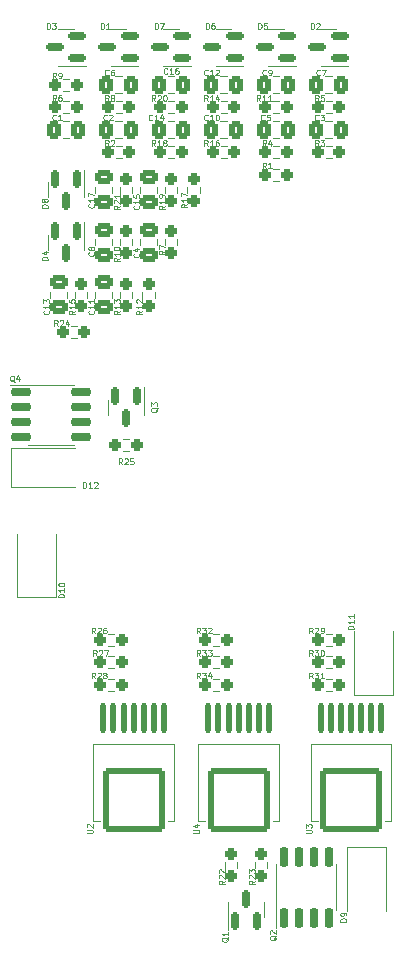
<source format=gto>
G04 #@! TF.GenerationSoftware,KiCad,Pcbnew,(6.0.9)*
G04 #@! TF.CreationDate,2023-07-15T07:21:25-07:00*
G04 #@! TF.ProjectId,canbuz-1977-vw-bus-ecu,63616e62-757a-42d3-9139-37372d76772d,rev?*
G04 #@! TF.SameCoordinates,Original*
G04 #@! TF.FileFunction,Legend,Top*
G04 #@! TF.FilePolarity,Positive*
%FSLAX46Y46*%
G04 Gerber Fmt 4.6, Leading zero omitted, Abs format (unit mm)*
G04 Created by KiCad (PCBNEW (6.0.9)) date 2023-07-15 07:21:25*
%MOMM*%
%LPD*%
G01*
G04 APERTURE LIST*
G04 Aperture macros list*
%AMRoundRect*
0 Rectangle with rounded corners*
0 $1 Rounding radius*
0 $2 $3 $4 $5 $6 $7 $8 $9 X,Y pos of 4 corners*
0 Add a 4 corners polygon primitive as box body*
4,1,4,$2,$3,$4,$5,$6,$7,$8,$9,$2,$3,0*
0 Add four circle primitives for the rounded corners*
1,1,$1+$1,$2,$3*
1,1,$1+$1,$4,$5*
1,1,$1+$1,$6,$7*
1,1,$1+$1,$8,$9*
0 Add four rect primitives between the rounded corners*
20,1,$1+$1,$2,$3,$4,$5,0*
20,1,$1+$1,$4,$5,$6,$7,0*
20,1,$1+$1,$6,$7,$8,$9,0*
20,1,$1+$1,$8,$9,$2,$3,0*%
G04 Aperture macros list end*
%ADD10C,0.080000*%
%ADD11C,0.120000*%
%ADD12RoundRect,0.237500X-0.237500X0.250000X-0.237500X-0.250000X0.237500X-0.250000X0.237500X0.250000X0*%
%ADD13RoundRect,0.250000X0.337500X0.475000X-0.337500X0.475000X-0.337500X-0.475000X0.337500X-0.475000X0*%
%ADD14RoundRect,0.250000X-0.337500X-0.475000X0.337500X-0.475000X0.337500X0.475000X-0.337500X0.475000X0*%
%ADD15RoundRect,0.237500X-0.250000X-0.237500X0.250000X-0.237500X0.250000X0.237500X-0.250000X0.237500X0*%
%ADD16RoundRect,0.237500X0.250000X0.237500X-0.250000X0.237500X-0.250000X-0.237500X0.250000X-0.237500X0*%
%ADD17RoundRect,0.250000X0.475000X-0.337500X0.475000X0.337500X-0.475000X0.337500X-0.475000X-0.337500X0*%
%ADD18R,1.700000X1.700000*%
%ADD19C,1.700000*%
%ADD20R,1.800000X2.500000*%
%ADD21RoundRect,0.150000X0.587500X0.150000X-0.587500X0.150000X-0.587500X-0.150000X0.587500X-0.150000X0*%
%ADD22RoundRect,0.137500X0.137500X1.112500X-0.137500X1.112500X-0.137500X-1.112500X0.137500X-1.112500X0*%
%ADD23RoundRect,0.265000X2.385000X2.485000X-2.385000X2.485000X-2.385000X-2.485000X2.385000X-2.485000X0*%
%ADD24RoundRect,0.150000X-0.150000X0.587500X-0.150000X-0.587500X0.150000X-0.587500X0.150000X0.587500X0*%
%ADD25R,2.500000X1.800000*%
%ADD26RoundRect,0.237500X0.237500X-0.250000X0.237500X0.250000X-0.237500X0.250000X-0.237500X-0.250000X0*%
%ADD27RoundRect,0.150000X-0.725000X-0.150000X0.725000X-0.150000X0.725000X0.150000X-0.725000X0.150000X0*%
%ADD28RoundRect,0.150000X0.150000X-0.725000X0.150000X0.725000X-0.150000X0.725000X-0.150000X-0.725000X0*%
%ADD29RoundRect,0.150000X0.150000X-0.587500X0.150000X0.587500X-0.150000X0.587500X-0.150000X-0.587500X0*%
%ADD30C,5.500000*%
%ADD31R,1.410000X1.410000*%
%ADD32C,1.410000*%
G04 APERTURE END LIST*
D10*
X50264190Y-64837428D02*
X50026095Y-65004095D01*
X50264190Y-65123142D02*
X49764190Y-65123142D01*
X49764190Y-64932666D01*
X49788000Y-64885047D01*
X49811809Y-64861238D01*
X49859428Y-64837428D01*
X49930857Y-64837428D01*
X49978476Y-64861238D01*
X50002285Y-64885047D01*
X50026095Y-64932666D01*
X50026095Y-65123142D01*
X50264190Y-64361238D02*
X50264190Y-64646952D01*
X50264190Y-64504095D02*
X49764190Y-64504095D01*
X49835619Y-64551714D01*
X49883238Y-64599333D01*
X49907047Y-64646952D01*
X49764190Y-64051714D02*
X49764190Y-64004095D01*
X49788000Y-63956476D01*
X49811809Y-63932666D01*
X49859428Y-63908857D01*
X49954666Y-63885047D01*
X50073714Y-63885047D01*
X50168952Y-63908857D01*
X50216571Y-63932666D01*
X50240380Y-63956476D01*
X50264190Y-64004095D01*
X50264190Y-64051714D01*
X50240380Y-64099333D01*
X50216571Y-64123142D01*
X50168952Y-64146952D01*
X50073714Y-64170761D01*
X49954666Y-64170761D01*
X49859428Y-64146952D01*
X49811809Y-64123142D01*
X49788000Y-64099333D01*
X49764190Y-64051714D01*
X57717571Y-53137571D02*
X57693761Y-53161380D01*
X57622333Y-53185190D01*
X57574714Y-53185190D01*
X57503285Y-53161380D01*
X57455666Y-53113761D01*
X57431857Y-53066142D01*
X57408047Y-52970904D01*
X57408047Y-52899476D01*
X57431857Y-52804238D01*
X57455666Y-52756619D01*
X57503285Y-52709000D01*
X57574714Y-52685190D01*
X57622333Y-52685190D01*
X57693761Y-52709000D01*
X57717571Y-52732809D01*
X58193761Y-53185190D02*
X57908047Y-53185190D01*
X58050904Y-53185190D02*
X58050904Y-52685190D01*
X58003285Y-52756619D01*
X57955666Y-52804238D01*
X57908047Y-52828047D01*
X58503285Y-52685190D02*
X58550904Y-52685190D01*
X58598523Y-52709000D01*
X58622333Y-52732809D01*
X58646142Y-52780428D01*
X58669952Y-52875666D01*
X58669952Y-52994714D01*
X58646142Y-53089952D01*
X58622333Y-53137571D01*
X58598523Y-53161380D01*
X58550904Y-53185190D01*
X58503285Y-53185190D01*
X58455666Y-53161380D01*
X58431857Y-53137571D01*
X58408047Y-53089952D01*
X58384238Y-52994714D01*
X58384238Y-52875666D01*
X58408047Y-52780428D01*
X58431857Y-52732809D01*
X58455666Y-52709000D01*
X58503285Y-52685190D01*
X67226666Y-49327571D02*
X67202857Y-49351380D01*
X67131428Y-49375190D01*
X67083809Y-49375190D01*
X67012380Y-49351380D01*
X66964761Y-49303761D01*
X66940952Y-49256142D01*
X66917142Y-49160904D01*
X66917142Y-49089476D01*
X66940952Y-48994238D01*
X66964761Y-48946619D01*
X67012380Y-48899000D01*
X67083809Y-48875190D01*
X67131428Y-48875190D01*
X67202857Y-48899000D01*
X67226666Y-48922809D01*
X67393333Y-48875190D02*
X67726666Y-48875190D01*
X67512380Y-49375190D01*
X50264190Y-60392428D02*
X50026095Y-60559095D01*
X50264190Y-60678142D02*
X49764190Y-60678142D01*
X49764190Y-60487666D01*
X49788000Y-60440047D01*
X49811809Y-60416238D01*
X49859428Y-60392428D01*
X49930857Y-60392428D01*
X49978476Y-60416238D01*
X50002285Y-60440047D01*
X50026095Y-60487666D01*
X50026095Y-60678142D01*
X49811809Y-60201952D02*
X49788000Y-60178142D01*
X49764190Y-60130523D01*
X49764190Y-60011476D01*
X49788000Y-59963857D01*
X49811809Y-59940047D01*
X49859428Y-59916238D01*
X49907047Y-59916238D01*
X49978476Y-59940047D01*
X50264190Y-60225761D01*
X50264190Y-59916238D01*
X50264190Y-59440047D02*
X50264190Y-59725761D01*
X50264190Y-59582904D02*
X49764190Y-59582904D01*
X49835619Y-59630523D01*
X49883238Y-59678142D01*
X49907047Y-59725761D01*
X45017571Y-70584190D02*
X44850904Y-70346095D01*
X44731857Y-70584190D02*
X44731857Y-70084190D01*
X44922333Y-70084190D01*
X44969952Y-70108000D01*
X44993761Y-70131809D01*
X45017571Y-70179428D01*
X45017571Y-70250857D01*
X44993761Y-70298476D01*
X44969952Y-70322285D01*
X44922333Y-70346095D01*
X44731857Y-70346095D01*
X45208047Y-70131809D02*
X45231857Y-70108000D01*
X45279476Y-70084190D01*
X45398523Y-70084190D01*
X45446142Y-70108000D01*
X45469952Y-70131809D01*
X45493761Y-70179428D01*
X45493761Y-70227047D01*
X45469952Y-70298476D01*
X45184238Y-70584190D01*
X45493761Y-70584190D01*
X45922333Y-70250857D02*
X45922333Y-70584190D01*
X45803285Y-70060380D02*
X45684238Y-70417523D01*
X45993761Y-70417523D01*
X53272571Y-51534190D02*
X53105904Y-51296095D01*
X52986857Y-51534190D02*
X52986857Y-51034190D01*
X53177333Y-51034190D01*
X53224952Y-51058000D01*
X53248761Y-51081809D01*
X53272571Y-51129428D01*
X53272571Y-51200857D01*
X53248761Y-51248476D01*
X53224952Y-51272285D01*
X53177333Y-51296095D01*
X52986857Y-51296095D01*
X53463047Y-51081809D02*
X53486857Y-51058000D01*
X53534476Y-51034190D01*
X53653523Y-51034190D01*
X53701142Y-51058000D01*
X53724952Y-51081809D01*
X53748761Y-51129428D01*
X53748761Y-51177047D01*
X53724952Y-51248476D01*
X53439238Y-51534190D01*
X53748761Y-51534190D01*
X54058285Y-51034190D02*
X54105904Y-51034190D01*
X54153523Y-51058000D01*
X54177333Y-51081809D01*
X54201142Y-51129428D01*
X54224952Y-51224666D01*
X54224952Y-51343714D01*
X54201142Y-51438952D01*
X54177333Y-51486571D01*
X54153523Y-51510380D01*
X54105904Y-51534190D01*
X54058285Y-51534190D01*
X54010666Y-51510380D01*
X53986857Y-51486571D01*
X53963047Y-51438952D01*
X53939238Y-51343714D01*
X53939238Y-51224666D01*
X53963047Y-51129428D01*
X53986857Y-51081809D01*
X54010666Y-51058000D01*
X54058285Y-51034190D01*
X44247571Y-69282428D02*
X44271380Y-69306238D01*
X44295190Y-69377666D01*
X44295190Y-69425285D01*
X44271380Y-69496714D01*
X44223761Y-69544333D01*
X44176142Y-69568142D01*
X44080904Y-69591952D01*
X44009476Y-69591952D01*
X43914238Y-69568142D01*
X43866619Y-69544333D01*
X43819000Y-69496714D01*
X43795190Y-69425285D01*
X43795190Y-69377666D01*
X43819000Y-69306238D01*
X43842809Y-69282428D01*
X44295190Y-68806238D02*
X44295190Y-69091952D01*
X44295190Y-68949095D02*
X43795190Y-68949095D01*
X43866619Y-68996714D01*
X43914238Y-69044333D01*
X43938047Y-69091952D01*
X43795190Y-68639571D02*
X43795190Y-68330047D01*
X43985666Y-68496714D01*
X43985666Y-68425285D01*
X44009476Y-68377666D01*
X44033285Y-68353857D01*
X44080904Y-68330047D01*
X44199952Y-68330047D01*
X44247571Y-68353857D01*
X44271380Y-68377666D01*
X44295190Y-68425285D01*
X44295190Y-68568142D01*
X44271380Y-68615761D01*
X44247571Y-68639571D01*
X53272571Y-55344190D02*
X53105904Y-55106095D01*
X52986857Y-55344190D02*
X52986857Y-54844190D01*
X53177333Y-54844190D01*
X53224952Y-54868000D01*
X53248761Y-54891809D01*
X53272571Y-54939428D01*
X53272571Y-55010857D01*
X53248761Y-55058476D01*
X53224952Y-55082285D01*
X53177333Y-55106095D01*
X52986857Y-55106095D01*
X53748761Y-55344190D02*
X53463047Y-55344190D01*
X53605904Y-55344190D02*
X53605904Y-54844190D01*
X53558285Y-54915619D01*
X53510666Y-54963238D01*
X53463047Y-54987047D01*
X54034476Y-55058476D02*
X53986857Y-55034666D01*
X53963047Y-55010857D01*
X53939238Y-54963238D01*
X53939238Y-54939428D01*
X53963047Y-54891809D01*
X53986857Y-54868000D01*
X54034476Y-54844190D01*
X54129714Y-54844190D01*
X54177333Y-54868000D01*
X54201142Y-54891809D01*
X54224952Y-54939428D01*
X54224952Y-54963238D01*
X54201142Y-55010857D01*
X54177333Y-55034666D01*
X54129714Y-55058476D01*
X54034476Y-55058476D01*
X53986857Y-55082285D01*
X53963047Y-55106095D01*
X53939238Y-55153714D01*
X53939238Y-55248952D01*
X53963047Y-55296571D01*
X53986857Y-55320380D01*
X54034476Y-55344190D01*
X54129714Y-55344190D01*
X54177333Y-55320380D01*
X54201142Y-55296571D01*
X54224952Y-55248952D01*
X54224952Y-55153714D01*
X54201142Y-55106095D01*
X54177333Y-55082285D01*
X54129714Y-55058476D01*
X48319571Y-98524190D02*
X48152904Y-98286095D01*
X48033857Y-98524190D02*
X48033857Y-98024190D01*
X48224333Y-98024190D01*
X48271952Y-98048000D01*
X48295761Y-98071809D01*
X48319571Y-98119428D01*
X48319571Y-98190857D01*
X48295761Y-98238476D01*
X48271952Y-98262285D01*
X48224333Y-98286095D01*
X48033857Y-98286095D01*
X48510047Y-98071809D02*
X48533857Y-98048000D01*
X48581476Y-98024190D01*
X48700523Y-98024190D01*
X48748142Y-98048000D01*
X48771952Y-98071809D01*
X48795761Y-98119428D01*
X48795761Y-98167047D01*
X48771952Y-98238476D01*
X48486238Y-98524190D01*
X48795761Y-98524190D01*
X48962428Y-98024190D02*
X49295761Y-98024190D01*
X49081476Y-98524190D01*
X51867571Y-64472333D02*
X51891380Y-64496142D01*
X51915190Y-64567571D01*
X51915190Y-64615190D01*
X51891380Y-64686619D01*
X51843761Y-64734238D01*
X51796142Y-64758047D01*
X51700904Y-64781857D01*
X51629476Y-64781857D01*
X51534238Y-64758047D01*
X51486619Y-64734238D01*
X51439000Y-64686619D01*
X51415190Y-64615190D01*
X51415190Y-64567571D01*
X51439000Y-64496142D01*
X51462809Y-64472333D01*
X51581857Y-64043761D02*
X51915190Y-64043761D01*
X51391380Y-64162809D02*
X51748523Y-64281857D01*
X51748523Y-63972333D01*
X70076190Y-96238142D02*
X69576190Y-96238142D01*
X69576190Y-96119095D01*
X69600000Y-96047666D01*
X69647619Y-96000047D01*
X69695238Y-95976238D01*
X69790476Y-95952428D01*
X69861904Y-95952428D01*
X69957142Y-95976238D01*
X70004761Y-96000047D01*
X70052380Y-96047666D01*
X70076190Y-96119095D01*
X70076190Y-96238142D01*
X70076190Y-95476238D02*
X70076190Y-95761952D01*
X70076190Y-95619095D02*
X69576190Y-95619095D01*
X69647619Y-95666714D01*
X69695238Y-95714333D01*
X69719047Y-95761952D01*
X70076190Y-95000047D02*
X70076190Y-95285761D01*
X70076190Y-95142904D02*
X69576190Y-95142904D01*
X69647619Y-95190523D01*
X69695238Y-95238142D01*
X69719047Y-95285761D01*
X59154190Y-117542428D02*
X58916095Y-117709095D01*
X59154190Y-117828142D02*
X58654190Y-117828142D01*
X58654190Y-117637666D01*
X58678000Y-117590047D01*
X58701809Y-117566238D01*
X58749428Y-117542428D01*
X58820857Y-117542428D01*
X58868476Y-117566238D01*
X58892285Y-117590047D01*
X58916095Y-117637666D01*
X58916095Y-117828142D01*
X58701809Y-117351952D02*
X58678000Y-117328142D01*
X58654190Y-117280523D01*
X58654190Y-117161476D01*
X58678000Y-117113857D01*
X58701809Y-117090047D01*
X58749428Y-117066238D01*
X58797047Y-117066238D01*
X58868476Y-117090047D01*
X59154190Y-117375761D01*
X59154190Y-117066238D01*
X58701809Y-116875761D02*
X58678000Y-116851952D01*
X58654190Y-116804333D01*
X58654190Y-116685285D01*
X58678000Y-116637666D01*
X58701809Y-116613857D01*
X58749428Y-116590047D01*
X58797047Y-116590047D01*
X58868476Y-116613857D01*
X59154190Y-116899571D01*
X59154190Y-116590047D01*
X48057571Y-60265428D02*
X48081380Y-60289238D01*
X48105190Y-60360666D01*
X48105190Y-60408285D01*
X48081380Y-60479714D01*
X48033761Y-60527333D01*
X47986142Y-60551142D01*
X47890904Y-60574952D01*
X47819476Y-60574952D01*
X47724238Y-60551142D01*
X47676619Y-60527333D01*
X47629000Y-60479714D01*
X47605190Y-60408285D01*
X47605190Y-60360666D01*
X47629000Y-60289238D01*
X47652809Y-60265428D01*
X48105190Y-59789238D02*
X48105190Y-60074952D01*
X48105190Y-59932095D02*
X47605190Y-59932095D01*
X47676619Y-59979714D01*
X47724238Y-60027333D01*
X47748047Y-60074952D01*
X47605190Y-59622571D02*
X47605190Y-59289238D01*
X48105190Y-59503523D01*
X44874666Y-49629190D02*
X44708000Y-49391095D01*
X44588952Y-49629190D02*
X44588952Y-49129190D01*
X44779428Y-49129190D01*
X44827047Y-49153000D01*
X44850857Y-49176809D01*
X44874666Y-49224428D01*
X44874666Y-49295857D01*
X44850857Y-49343476D01*
X44827047Y-49367285D01*
X44779428Y-49391095D01*
X44588952Y-49391095D01*
X45112761Y-49629190D02*
X45208000Y-49629190D01*
X45255619Y-49605380D01*
X45279428Y-49581571D01*
X45327047Y-49510142D01*
X45350857Y-49414904D01*
X45350857Y-49224428D01*
X45327047Y-49176809D01*
X45303238Y-49153000D01*
X45255619Y-49129190D01*
X45160380Y-49129190D01*
X45112761Y-49153000D01*
X45088952Y-49176809D01*
X45065142Y-49224428D01*
X45065142Y-49343476D01*
X45088952Y-49391095D01*
X45112761Y-49414904D01*
X45160380Y-49438714D01*
X45255619Y-49438714D01*
X45303238Y-49414904D01*
X45327047Y-49391095D01*
X45350857Y-49343476D01*
X48652952Y-45438190D02*
X48652952Y-44938190D01*
X48772000Y-44938190D01*
X48843428Y-44962000D01*
X48891047Y-45009619D01*
X48914857Y-45057238D01*
X48938666Y-45152476D01*
X48938666Y-45223904D01*
X48914857Y-45319142D01*
X48891047Y-45366761D01*
X48843428Y-45414380D01*
X48772000Y-45438190D01*
X48652952Y-45438190D01*
X49414857Y-45438190D02*
X49129142Y-45438190D01*
X49272000Y-45438190D02*
X49272000Y-44938190D01*
X49224380Y-45009619D01*
X49176761Y-45057238D01*
X49129142Y-45081047D01*
X50264190Y-69282428D02*
X50026095Y-69449095D01*
X50264190Y-69568142D02*
X49764190Y-69568142D01*
X49764190Y-69377666D01*
X49788000Y-69330047D01*
X49811809Y-69306238D01*
X49859428Y-69282428D01*
X49930857Y-69282428D01*
X49978476Y-69306238D01*
X50002285Y-69330047D01*
X50026095Y-69377666D01*
X50026095Y-69568142D01*
X50264190Y-68806238D02*
X50264190Y-69091952D01*
X50264190Y-68949095D02*
X49764190Y-68949095D01*
X49835619Y-68996714D01*
X49883238Y-69044333D01*
X49907047Y-69091952D01*
X49764190Y-68639571D02*
X49764190Y-68330047D01*
X49954666Y-68496714D01*
X49954666Y-68425285D01*
X49978476Y-68377666D01*
X50002285Y-68353857D01*
X50049904Y-68330047D01*
X50168952Y-68330047D01*
X50216571Y-68353857D01*
X50240380Y-68377666D01*
X50264190Y-68425285D01*
X50264190Y-68568142D01*
X50240380Y-68615761D01*
X50216571Y-68639571D01*
X67099666Y-53137571D02*
X67075857Y-53161380D01*
X67004428Y-53185190D01*
X66956809Y-53185190D01*
X66885380Y-53161380D01*
X66837761Y-53113761D01*
X66813952Y-53066142D01*
X66790142Y-52970904D01*
X66790142Y-52899476D01*
X66813952Y-52804238D01*
X66837761Y-52756619D01*
X66885380Y-52709000D01*
X66956809Y-52685190D01*
X67004428Y-52685190D01*
X67075857Y-52709000D01*
X67099666Y-52732809D01*
X67266333Y-52685190D02*
X67575857Y-52685190D01*
X67409190Y-52875666D01*
X67480619Y-52875666D01*
X67528238Y-52899476D01*
X67552047Y-52923285D01*
X67575857Y-52970904D01*
X67575857Y-53089952D01*
X67552047Y-53137571D01*
X67528238Y-53161380D01*
X67480619Y-53185190D01*
X67337761Y-53185190D01*
X67290142Y-53161380D01*
X67266333Y-53137571D01*
X57717571Y-55344190D02*
X57550904Y-55106095D01*
X57431857Y-55344190D02*
X57431857Y-54844190D01*
X57622333Y-54844190D01*
X57669952Y-54868000D01*
X57693761Y-54891809D01*
X57717571Y-54939428D01*
X57717571Y-55010857D01*
X57693761Y-55058476D01*
X57669952Y-55082285D01*
X57622333Y-55106095D01*
X57431857Y-55106095D01*
X58193761Y-55344190D02*
X57908047Y-55344190D01*
X58050904Y-55344190D02*
X58050904Y-54844190D01*
X58003285Y-54915619D01*
X57955666Y-54963238D01*
X57908047Y-54987047D01*
X58622333Y-54844190D02*
X58527095Y-54844190D01*
X58479476Y-54868000D01*
X58455666Y-54891809D01*
X58408047Y-54963238D01*
X58384238Y-55058476D01*
X58384238Y-55248952D01*
X58408047Y-55296571D01*
X58431857Y-55320380D01*
X58479476Y-55344190D01*
X58574714Y-55344190D01*
X58622333Y-55320380D01*
X58646142Y-55296571D01*
X58669952Y-55248952D01*
X58669952Y-55129904D01*
X58646142Y-55082285D01*
X58622333Y-55058476D01*
X58574714Y-55034666D01*
X58479476Y-55034666D01*
X58431857Y-55058476D01*
X58408047Y-55082285D01*
X58384238Y-55129904D01*
X66020190Y-113537952D02*
X66424952Y-113537952D01*
X66472571Y-113514142D01*
X66496380Y-113490333D01*
X66520190Y-113442714D01*
X66520190Y-113347476D01*
X66496380Y-113299857D01*
X66472571Y-113276047D01*
X66424952Y-113252238D01*
X66020190Y-113252238D01*
X66020190Y-113061761D02*
X66020190Y-112752238D01*
X66210666Y-112918904D01*
X66210666Y-112847476D01*
X66234476Y-112799857D01*
X66258285Y-112776047D01*
X66305904Y-112752238D01*
X66424952Y-112752238D01*
X66472571Y-112776047D01*
X66496380Y-112799857D01*
X66520190Y-112847476D01*
X66520190Y-112990333D01*
X66496380Y-113037952D01*
X66472571Y-113061761D01*
X66607571Y-100429190D02*
X66440904Y-100191095D01*
X66321857Y-100429190D02*
X66321857Y-99929190D01*
X66512333Y-99929190D01*
X66559952Y-99953000D01*
X66583761Y-99976809D01*
X66607571Y-100024428D01*
X66607571Y-100095857D01*
X66583761Y-100143476D01*
X66559952Y-100167285D01*
X66512333Y-100191095D01*
X66321857Y-100191095D01*
X66774238Y-99929190D02*
X67083761Y-99929190D01*
X66917095Y-100119666D01*
X66988523Y-100119666D01*
X67036142Y-100143476D01*
X67059952Y-100167285D01*
X67083761Y-100214904D01*
X67083761Y-100333952D01*
X67059952Y-100381571D01*
X67036142Y-100405380D01*
X66988523Y-100429190D01*
X66845666Y-100429190D01*
X66798047Y-100405380D01*
X66774238Y-100381571D01*
X67559952Y-100429190D02*
X67274238Y-100429190D01*
X67417095Y-100429190D02*
X67417095Y-99929190D01*
X67369476Y-100000619D01*
X67321857Y-100048238D01*
X67274238Y-100072047D01*
X69441190Y-121019047D02*
X68941190Y-121019047D01*
X68941190Y-120900000D01*
X68965000Y-120828571D01*
X69012619Y-120780952D01*
X69060238Y-120757142D01*
X69155476Y-120733333D01*
X69226904Y-120733333D01*
X69322142Y-120757142D01*
X69369761Y-120780952D01*
X69417380Y-120828571D01*
X69441190Y-120900000D01*
X69441190Y-121019047D01*
X69441190Y-120495238D02*
X69441190Y-120400000D01*
X69417380Y-120352380D01*
X69393571Y-120328571D01*
X69322142Y-120280952D01*
X69226904Y-120257142D01*
X69036428Y-120257142D01*
X68988809Y-120280952D01*
X68965000Y-120304761D01*
X68941190Y-120352380D01*
X68941190Y-120447619D01*
X68965000Y-120495238D01*
X68988809Y-120519047D01*
X69036428Y-120542857D01*
X69155476Y-120542857D01*
X69203095Y-120519047D01*
X69226904Y-120495238D01*
X69250714Y-120447619D01*
X69250714Y-120352380D01*
X69226904Y-120304761D01*
X69203095Y-120280952D01*
X69155476Y-120257142D01*
X44168190Y-60567047D02*
X43668190Y-60567047D01*
X43668190Y-60448000D01*
X43692000Y-60376571D01*
X43739619Y-60328952D01*
X43787238Y-60305142D01*
X43882476Y-60281333D01*
X43953904Y-60281333D01*
X44049142Y-60305142D01*
X44096761Y-60328952D01*
X44144380Y-60376571D01*
X44168190Y-60448000D01*
X44168190Y-60567047D01*
X43882476Y-59995619D02*
X43858666Y-60043238D01*
X43834857Y-60067047D01*
X43787238Y-60090857D01*
X43763428Y-60090857D01*
X43715809Y-60067047D01*
X43692000Y-60043238D01*
X43668190Y-59995619D01*
X43668190Y-59900380D01*
X43692000Y-59852761D01*
X43715809Y-59828952D01*
X43763428Y-59805142D01*
X43787238Y-59805142D01*
X43834857Y-59828952D01*
X43858666Y-59852761D01*
X43882476Y-59900380D01*
X43882476Y-59995619D01*
X43906285Y-60043238D01*
X43930095Y-60067047D01*
X43977714Y-60090857D01*
X44072952Y-60090857D01*
X44120571Y-60067047D01*
X44144380Y-60043238D01*
X44168190Y-59995619D01*
X44168190Y-59900380D01*
X44144380Y-59852761D01*
X44120571Y-59828952D01*
X44072952Y-59805142D01*
X43977714Y-59805142D01*
X43930095Y-59828952D01*
X43906285Y-59852761D01*
X43882476Y-59900380D01*
X66607571Y-98524190D02*
X66440904Y-98286095D01*
X66321857Y-98524190D02*
X66321857Y-98024190D01*
X66512333Y-98024190D01*
X66559952Y-98048000D01*
X66583761Y-98071809D01*
X66607571Y-98119428D01*
X66607571Y-98190857D01*
X66583761Y-98238476D01*
X66559952Y-98262285D01*
X66512333Y-98286095D01*
X66321857Y-98286095D01*
X66774238Y-98024190D02*
X67083761Y-98024190D01*
X66917095Y-98214666D01*
X66988523Y-98214666D01*
X67036142Y-98238476D01*
X67059952Y-98262285D01*
X67083761Y-98309904D01*
X67083761Y-98428952D01*
X67059952Y-98476571D01*
X67036142Y-98500380D01*
X66988523Y-98524190D01*
X66845666Y-98524190D01*
X66798047Y-98500380D01*
X66774238Y-98476571D01*
X67393285Y-98024190D02*
X67440904Y-98024190D01*
X67488523Y-98048000D01*
X67512333Y-98071809D01*
X67536142Y-98119428D01*
X67559952Y-98214666D01*
X67559952Y-98333714D01*
X67536142Y-98428952D01*
X67512333Y-98476571D01*
X67488523Y-98500380D01*
X67440904Y-98524190D01*
X67393285Y-98524190D01*
X67345666Y-98500380D01*
X67321857Y-98476571D01*
X67298047Y-98428952D01*
X67274238Y-98333714D01*
X67274238Y-98214666D01*
X67298047Y-98119428D01*
X67321857Y-98071809D01*
X67345666Y-98048000D01*
X67393285Y-98024190D01*
X51867571Y-60392428D02*
X51891380Y-60416238D01*
X51915190Y-60487666D01*
X51915190Y-60535285D01*
X51891380Y-60606714D01*
X51843761Y-60654333D01*
X51796142Y-60678142D01*
X51700904Y-60701952D01*
X51629476Y-60701952D01*
X51534238Y-60678142D01*
X51486619Y-60654333D01*
X51439000Y-60606714D01*
X51415190Y-60535285D01*
X51415190Y-60487666D01*
X51439000Y-60416238D01*
X51462809Y-60392428D01*
X51915190Y-59916238D02*
X51915190Y-60201952D01*
X51915190Y-60059095D02*
X51415190Y-60059095D01*
X51486619Y-60106714D01*
X51534238Y-60154333D01*
X51558047Y-60201952D01*
X51415190Y-59463857D02*
X51415190Y-59701952D01*
X51653285Y-59725761D01*
X51629476Y-59701952D01*
X51605666Y-59654333D01*
X51605666Y-59535285D01*
X51629476Y-59487666D01*
X51653285Y-59463857D01*
X51700904Y-59440047D01*
X51819952Y-59440047D01*
X51867571Y-59463857D01*
X51891380Y-59487666D01*
X51915190Y-59535285D01*
X51915190Y-59654333D01*
X51891380Y-59701952D01*
X51867571Y-59725761D01*
X48057571Y-69282428D02*
X48081380Y-69306238D01*
X48105190Y-69377666D01*
X48105190Y-69425285D01*
X48081380Y-69496714D01*
X48033761Y-69544333D01*
X47986142Y-69568142D01*
X47890904Y-69591952D01*
X47819476Y-69591952D01*
X47724238Y-69568142D01*
X47676619Y-69544333D01*
X47629000Y-69496714D01*
X47605190Y-69425285D01*
X47605190Y-69377666D01*
X47629000Y-69306238D01*
X47652809Y-69282428D01*
X48105190Y-68806238D02*
X48105190Y-69091952D01*
X48105190Y-68949095D02*
X47605190Y-68949095D01*
X47676619Y-68996714D01*
X47724238Y-69044333D01*
X47748047Y-69091952D01*
X48105190Y-68330047D02*
X48105190Y-68615761D01*
X48105190Y-68472904D02*
X47605190Y-68472904D01*
X47676619Y-68520523D01*
X47724238Y-68568142D01*
X47748047Y-68615761D01*
X62654666Y-49327571D02*
X62630857Y-49351380D01*
X62559428Y-49375190D01*
X62511809Y-49375190D01*
X62440380Y-49351380D01*
X62392761Y-49303761D01*
X62368952Y-49256142D01*
X62345142Y-49160904D01*
X62345142Y-49089476D01*
X62368952Y-48994238D01*
X62392761Y-48946619D01*
X62440380Y-48899000D01*
X62511809Y-48875190D01*
X62559428Y-48875190D01*
X62630857Y-48899000D01*
X62654666Y-48922809D01*
X62892761Y-49375190D02*
X62988000Y-49375190D01*
X63035619Y-49351380D01*
X63059428Y-49327571D01*
X63107047Y-49256142D01*
X63130857Y-49160904D01*
X63130857Y-48970428D01*
X63107047Y-48922809D01*
X63083238Y-48899000D01*
X63035619Y-48875190D01*
X62940380Y-48875190D01*
X62892761Y-48899000D01*
X62868952Y-48922809D01*
X62845142Y-48970428D01*
X62845142Y-49089476D01*
X62868952Y-49137095D01*
X62892761Y-49160904D01*
X62940380Y-49184714D01*
X63035619Y-49184714D01*
X63083238Y-49160904D01*
X63107047Y-49137095D01*
X63130857Y-49089476D01*
X66607571Y-96619190D02*
X66440904Y-96381095D01*
X66321857Y-96619190D02*
X66321857Y-96119190D01*
X66512333Y-96119190D01*
X66559952Y-96143000D01*
X66583761Y-96166809D01*
X66607571Y-96214428D01*
X66607571Y-96285857D01*
X66583761Y-96333476D01*
X66559952Y-96357285D01*
X66512333Y-96381095D01*
X66321857Y-96381095D01*
X66798047Y-96166809D02*
X66821857Y-96143000D01*
X66869476Y-96119190D01*
X66988523Y-96119190D01*
X67036142Y-96143000D01*
X67059952Y-96166809D01*
X67083761Y-96214428D01*
X67083761Y-96262047D01*
X67059952Y-96333476D01*
X66774238Y-96619190D01*
X67083761Y-96619190D01*
X67321857Y-96619190D02*
X67417095Y-96619190D01*
X67464714Y-96595380D01*
X67488523Y-96571571D01*
X67536142Y-96500142D01*
X67559952Y-96404904D01*
X67559952Y-96214428D01*
X67536142Y-96166809D01*
X67512333Y-96143000D01*
X67464714Y-96119190D01*
X67369476Y-96119190D01*
X67321857Y-96143000D01*
X67298047Y-96166809D01*
X67274238Y-96214428D01*
X67274238Y-96333476D01*
X67298047Y-96381095D01*
X67321857Y-96404904D01*
X67369476Y-96428714D01*
X67464714Y-96428714D01*
X67512333Y-96404904D01*
X67536142Y-96381095D01*
X67559952Y-96333476D01*
X57542952Y-45438190D02*
X57542952Y-44938190D01*
X57662000Y-44938190D01*
X57733428Y-44962000D01*
X57781047Y-45009619D01*
X57804857Y-45057238D01*
X57828666Y-45152476D01*
X57828666Y-45223904D01*
X57804857Y-45319142D01*
X57781047Y-45366761D01*
X57733428Y-45414380D01*
X57662000Y-45438190D01*
X57542952Y-45438190D01*
X58257238Y-44938190D02*
X58162000Y-44938190D01*
X58114380Y-44962000D01*
X58090571Y-44985809D01*
X58042952Y-45057238D01*
X58019142Y-45152476D01*
X58019142Y-45342952D01*
X58042952Y-45390571D01*
X58066761Y-45414380D01*
X58114380Y-45438190D01*
X58209619Y-45438190D01*
X58257238Y-45414380D01*
X58281047Y-45390571D01*
X58304857Y-45342952D01*
X58304857Y-45223904D01*
X58281047Y-45176285D01*
X58257238Y-45152476D01*
X58209619Y-45128666D01*
X58114380Y-45128666D01*
X58066761Y-45152476D01*
X58042952Y-45176285D01*
X58019142Y-45223904D01*
X55979190Y-60265428D02*
X55741095Y-60432095D01*
X55979190Y-60551142D02*
X55479190Y-60551142D01*
X55479190Y-60360666D01*
X55503000Y-60313047D01*
X55526809Y-60289238D01*
X55574428Y-60265428D01*
X55645857Y-60265428D01*
X55693476Y-60289238D01*
X55717285Y-60313047D01*
X55741095Y-60360666D01*
X55741095Y-60551142D01*
X55979190Y-59789238D02*
X55979190Y-60074952D01*
X55979190Y-59932095D02*
X55479190Y-59932095D01*
X55550619Y-59979714D01*
X55598238Y-60027333D01*
X55622047Y-60074952D01*
X55479190Y-59622571D02*
X55479190Y-59289238D01*
X55979190Y-59503523D01*
X54074190Y-60392428D02*
X53836095Y-60559095D01*
X54074190Y-60678142D02*
X53574190Y-60678142D01*
X53574190Y-60487666D01*
X53598000Y-60440047D01*
X53621809Y-60416238D01*
X53669428Y-60392428D01*
X53740857Y-60392428D01*
X53788476Y-60416238D01*
X53812285Y-60440047D01*
X53836095Y-60487666D01*
X53836095Y-60678142D01*
X54074190Y-59916238D02*
X54074190Y-60201952D01*
X54074190Y-60059095D02*
X53574190Y-60059095D01*
X53645619Y-60106714D01*
X53693238Y-60154333D01*
X53717047Y-60201952D01*
X54074190Y-59678142D02*
X54074190Y-59582904D01*
X54050380Y-59535285D01*
X54026571Y-59511476D01*
X53955142Y-59463857D01*
X53859904Y-59440047D01*
X53669428Y-59440047D01*
X53621809Y-59463857D01*
X53598000Y-59487666D01*
X53574190Y-59535285D01*
X53574190Y-59630523D01*
X53598000Y-59678142D01*
X53621809Y-59701952D01*
X53669428Y-59725761D01*
X53788476Y-59725761D01*
X53836095Y-59701952D01*
X53859904Y-59678142D01*
X53883714Y-59630523D01*
X53883714Y-59535285D01*
X53859904Y-59487666D01*
X53836095Y-59463857D01*
X53788476Y-59440047D01*
X49319666Y-49327571D02*
X49295857Y-49351380D01*
X49224428Y-49375190D01*
X49176809Y-49375190D01*
X49105380Y-49351380D01*
X49057761Y-49303761D01*
X49033952Y-49256142D01*
X49010142Y-49160904D01*
X49010142Y-49089476D01*
X49033952Y-48994238D01*
X49057761Y-48946619D01*
X49105380Y-48899000D01*
X49176809Y-48875190D01*
X49224428Y-48875190D01*
X49295857Y-48899000D01*
X49319666Y-48922809D01*
X49748238Y-48875190D02*
X49653000Y-48875190D01*
X49605380Y-48899000D01*
X49581571Y-48922809D01*
X49533952Y-48994238D01*
X49510142Y-49089476D01*
X49510142Y-49279952D01*
X49533952Y-49327571D01*
X49557761Y-49351380D01*
X49605380Y-49375190D01*
X49700619Y-49375190D01*
X49748238Y-49351380D01*
X49772047Y-49327571D01*
X49795857Y-49279952D01*
X49795857Y-49160904D01*
X49772047Y-49113285D01*
X49748238Y-49089476D01*
X49700619Y-49065666D01*
X49605380Y-49065666D01*
X49557761Y-49089476D01*
X49533952Y-49113285D01*
X49510142Y-49160904D01*
X44874666Y-53137571D02*
X44850857Y-53161380D01*
X44779428Y-53185190D01*
X44731809Y-53185190D01*
X44660380Y-53161380D01*
X44612761Y-53113761D01*
X44588952Y-53066142D01*
X44565142Y-52970904D01*
X44565142Y-52899476D01*
X44588952Y-52804238D01*
X44612761Y-52756619D01*
X44660380Y-52709000D01*
X44731809Y-52685190D01*
X44779428Y-52685190D01*
X44850857Y-52709000D01*
X44874666Y-52732809D01*
X45350857Y-53185190D02*
X45065142Y-53185190D01*
X45208000Y-53185190D02*
X45208000Y-52685190D01*
X45160380Y-52756619D01*
X45112761Y-52804238D01*
X45065142Y-52828047D01*
X44080952Y-45438190D02*
X44080952Y-44938190D01*
X44200000Y-44938190D01*
X44271428Y-44962000D01*
X44319047Y-45009619D01*
X44342857Y-45057238D01*
X44366666Y-45152476D01*
X44366666Y-45223904D01*
X44342857Y-45319142D01*
X44319047Y-45366761D01*
X44271428Y-45414380D01*
X44200000Y-45438190D01*
X44080952Y-45438190D01*
X44533333Y-44938190D02*
X44842857Y-44938190D01*
X44676190Y-45128666D01*
X44747619Y-45128666D01*
X44795238Y-45152476D01*
X44819047Y-45176285D01*
X44842857Y-45223904D01*
X44842857Y-45342952D01*
X44819047Y-45390571D01*
X44795238Y-45414380D01*
X44747619Y-45438190D01*
X44604761Y-45438190D01*
X44557142Y-45414380D01*
X44533333Y-45390571D01*
X45565190Y-93571142D02*
X45065190Y-93571142D01*
X45065190Y-93452095D01*
X45089000Y-93380666D01*
X45136619Y-93333047D01*
X45184238Y-93309238D01*
X45279476Y-93285428D01*
X45350904Y-93285428D01*
X45446142Y-93309238D01*
X45493761Y-93333047D01*
X45541380Y-93380666D01*
X45565190Y-93452095D01*
X45565190Y-93571142D01*
X45565190Y-92809238D02*
X45565190Y-93094952D01*
X45565190Y-92952095D02*
X45065190Y-92952095D01*
X45136619Y-92999714D01*
X45184238Y-93047333D01*
X45208047Y-93094952D01*
X45065190Y-92499714D02*
X45065190Y-92452095D01*
X45089000Y-92404476D01*
X45112809Y-92380666D01*
X45160428Y-92356857D01*
X45255666Y-92333047D01*
X45374714Y-92333047D01*
X45469952Y-92356857D01*
X45517571Y-92380666D01*
X45541380Y-92404476D01*
X45565190Y-92452095D01*
X45565190Y-92499714D01*
X45541380Y-92547333D01*
X45517571Y-92571142D01*
X45469952Y-92594952D01*
X45374714Y-92618761D01*
X45255666Y-92618761D01*
X45160428Y-92594952D01*
X45112809Y-92571142D01*
X45089000Y-92547333D01*
X45065190Y-92499714D01*
X48192571Y-100429190D02*
X48025904Y-100191095D01*
X47906857Y-100429190D02*
X47906857Y-99929190D01*
X48097333Y-99929190D01*
X48144952Y-99953000D01*
X48168761Y-99976809D01*
X48192571Y-100024428D01*
X48192571Y-100095857D01*
X48168761Y-100143476D01*
X48144952Y-100167285D01*
X48097333Y-100191095D01*
X47906857Y-100191095D01*
X48383047Y-99976809D02*
X48406857Y-99953000D01*
X48454476Y-99929190D01*
X48573523Y-99929190D01*
X48621142Y-99953000D01*
X48644952Y-99976809D01*
X48668761Y-100024428D01*
X48668761Y-100072047D01*
X48644952Y-100143476D01*
X48359238Y-100429190D01*
X48668761Y-100429190D01*
X48954476Y-100143476D02*
X48906857Y-100119666D01*
X48883047Y-100095857D01*
X48859238Y-100048238D01*
X48859238Y-100024428D01*
X48883047Y-99976809D01*
X48906857Y-99953000D01*
X48954476Y-99929190D01*
X49049714Y-99929190D01*
X49097333Y-99953000D01*
X49121142Y-99976809D01*
X49144952Y-100024428D01*
X49144952Y-100048238D01*
X49121142Y-100095857D01*
X49097333Y-100119666D01*
X49049714Y-100143476D01*
X48954476Y-100143476D01*
X48906857Y-100167285D01*
X48883047Y-100191095D01*
X48859238Y-100238714D01*
X48859238Y-100333952D01*
X48883047Y-100381571D01*
X48906857Y-100405380D01*
X48954476Y-100429190D01*
X49049714Y-100429190D01*
X49097333Y-100405380D01*
X49121142Y-100381571D01*
X49144952Y-100333952D01*
X49144952Y-100238714D01*
X49121142Y-100191095D01*
X49097333Y-100167285D01*
X49049714Y-100143476D01*
X46454190Y-69282428D02*
X46216095Y-69449095D01*
X46454190Y-69568142D02*
X45954190Y-69568142D01*
X45954190Y-69377666D01*
X45978000Y-69330047D01*
X46001809Y-69306238D01*
X46049428Y-69282428D01*
X46120857Y-69282428D01*
X46168476Y-69306238D01*
X46192285Y-69330047D01*
X46216095Y-69377666D01*
X46216095Y-69568142D01*
X46454190Y-68806238D02*
X46454190Y-69091952D01*
X46454190Y-68949095D02*
X45954190Y-68949095D01*
X46025619Y-68996714D01*
X46073238Y-69044333D01*
X46097047Y-69091952D01*
X45954190Y-68353857D02*
X45954190Y-68591952D01*
X46192285Y-68615761D01*
X46168476Y-68591952D01*
X46144666Y-68544333D01*
X46144666Y-68425285D01*
X46168476Y-68377666D01*
X46192285Y-68353857D01*
X46239904Y-68330047D01*
X46358952Y-68330047D01*
X46406571Y-68353857D01*
X46430380Y-68377666D01*
X46454190Y-68425285D01*
X46454190Y-68544333D01*
X46430380Y-68591952D01*
X46406571Y-68615761D01*
X62654666Y-55344190D02*
X62488000Y-55106095D01*
X62368952Y-55344190D02*
X62368952Y-54844190D01*
X62559428Y-54844190D01*
X62607047Y-54868000D01*
X62630857Y-54891809D01*
X62654666Y-54939428D01*
X62654666Y-55010857D01*
X62630857Y-55058476D01*
X62607047Y-55082285D01*
X62559428Y-55106095D01*
X62368952Y-55106095D01*
X63083238Y-55010857D02*
X63083238Y-55344190D01*
X62964190Y-54820380D02*
X62845142Y-55177523D01*
X63154666Y-55177523D01*
X49319666Y-51534190D02*
X49153000Y-51296095D01*
X49033952Y-51534190D02*
X49033952Y-51034190D01*
X49224428Y-51034190D01*
X49272047Y-51058000D01*
X49295857Y-51081809D01*
X49319666Y-51129428D01*
X49319666Y-51200857D01*
X49295857Y-51248476D01*
X49272047Y-51272285D01*
X49224428Y-51296095D01*
X49033952Y-51296095D01*
X49605380Y-51248476D02*
X49557761Y-51224666D01*
X49533952Y-51200857D01*
X49510142Y-51153238D01*
X49510142Y-51129428D01*
X49533952Y-51081809D01*
X49557761Y-51058000D01*
X49605380Y-51034190D01*
X49700619Y-51034190D01*
X49748238Y-51058000D01*
X49772047Y-51081809D01*
X49795857Y-51129428D01*
X49795857Y-51153238D01*
X49772047Y-51200857D01*
X49748238Y-51224666D01*
X49700619Y-51248476D01*
X49605380Y-51248476D01*
X49557761Y-51272285D01*
X49533952Y-51296095D01*
X49510142Y-51343714D01*
X49510142Y-51438952D01*
X49533952Y-51486571D01*
X49557761Y-51510380D01*
X49605380Y-51534190D01*
X49700619Y-51534190D01*
X49748238Y-51510380D01*
X49772047Y-51486571D01*
X49795857Y-51438952D01*
X49795857Y-51343714D01*
X49772047Y-51296095D01*
X49748238Y-51272285D01*
X49700619Y-51248476D01*
X47144857Y-84300190D02*
X47144857Y-83800190D01*
X47263904Y-83800190D01*
X47335333Y-83824000D01*
X47382952Y-83871619D01*
X47406761Y-83919238D01*
X47430571Y-84014476D01*
X47430571Y-84085904D01*
X47406761Y-84181142D01*
X47382952Y-84228761D01*
X47335333Y-84276380D01*
X47263904Y-84300190D01*
X47144857Y-84300190D01*
X47906761Y-84300190D02*
X47621047Y-84300190D01*
X47763904Y-84300190D02*
X47763904Y-83800190D01*
X47716285Y-83871619D01*
X47668666Y-83919238D01*
X47621047Y-83943047D01*
X48097238Y-83847809D02*
X48121047Y-83824000D01*
X48168666Y-83800190D01*
X48287714Y-83800190D01*
X48335333Y-83824000D01*
X48359142Y-83847809D01*
X48382952Y-83895428D01*
X48382952Y-83943047D01*
X48359142Y-84014476D01*
X48073428Y-84300190D01*
X48382952Y-84300190D01*
X53224952Y-45438190D02*
X53224952Y-44938190D01*
X53344000Y-44938190D01*
X53415428Y-44962000D01*
X53463047Y-45009619D01*
X53486857Y-45057238D01*
X53510666Y-45152476D01*
X53510666Y-45223904D01*
X53486857Y-45319142D01*
X53463047Y-45366761D01*
X53415428Y-45414380D01*
X53344000Y-45438190D01*
X53224952Y-45438190D01*
X53677333Y-44938190D02*
X54010666Y-44938190D01*
X53796380Y-45438190D01*
X57082571Y-100429190D02*
X56915904Y-100191095D01*
X56796857Y-100429190D02*
X56796857Y-99929190D01*
X56987333Y-99929190D01*
X57034952Y-99953000D01*
X57058761Y-99976809D01*
X57082571Y-100024428D01*
X57082571Y-100095857D01*
X57058761Y-100143476D01*
X57034952Y-100167285D01*
X56987333Y-100191095D01*
X56796857Y-100191095D01*
X57249238Y-99929190D02*
X57558761Y-99929190D01*
X57392095Y-100119666D01*
X57463523Y-100119666D01*
X57511142Y-100143476D01*
X57534952Y-100167285D01*
X57558761Y-100214904D01*
X57558761Y-100333952D01*
X57534952Y-100381571D01*
X57511142Y-100405380D01*
X57463523Y-100429190D01*
X57320666Y-100429190D01*
X57273047Y-100405380D01*
X57249238Y-100381571D01*
X57987333Y-100095857D02*
X57987333Y-100429190D01*
X57868285Y-99905380D02*
X57749238Y-100262523D01*
X58058761Y-100262523D01*
X67099666Y-55344190D02*
X66933000Y-55106095D01*
X66813952Y-55344190D02*
X66813952Y-54844190D01*
X67004428Y-54844190D01*
X67052047Y-54868000D01*
X67075857Y-54891809D01*
X67099666Y-54939428D01*
X67099666Y-55010857D01*
X67075857Y-55058476D01*
X67052047Y-55082285D01*
X67004428Y-55106095D01*
X66813952Y-55106095D01*
X67266333Y-54844190D02*
X67575857Y-54844190D01*
X67409190Y-55034666D01*
X67480619Y-55034666D01*
X67528238Y-55058476D01*
X67552047Y-55082285D01*
X67575857Y-55129904D01*
X67575857Y-55248952D01*
X67552047Y-55296571D01*
X67528238Y-55320380D01*
X67480619Y-55344190D01*
X67337761Y-55344190D01*
X67290142Y-55320380D01*
X67266333Y-55296571D01*
X62162571Y-51534190D02*
X61995904Y-51296095D01*
X61876857Y-51534190D02*
X61876857Y-51034190D01*
X62067333Y-51034190D01*
X62114952Y-51058000D01*
X62138761Y-51081809D01*
X62162571Y-51129428D01*
X62162571Y-51200857D01*
X62138761Y-51248476D01*
X62114952Y-51272285D01*
X62067333Y-51296095D01*
X61876857Y-51296095D01*
X62638761Y-51534190D02*
X62353047Y-51534190D01*
X62495904Y-51534190D02*
X62495904Y-51034190D01*
X62448285Y-51105619D01*
X62400666Y-51153238D01*
X62353047Y-51177047D01*
X63114952Y-51534190D02*
X62829238Y-51534190D01*
X62972095Y-51534190D02*
X62972095Y-51034190D01*
X62924476Y-51105619D01*
X62876857Y-51153238D01*
X62829238Y-51177047D01*
X49319666Y-55344190D02*
X49153000Y-55106095D01*
X49033952Y-55344190D02*
X49033952Y-54844190D01*
X49224428Y-54844190D01*
X49272047Y-54868000D01*
X49295857Y-54891809D01*
X49319666Y-54939428D01*
X49319666Y-55010857D01*
X49295857Y-55058476D01*
X49272047Y-55082285D01*
X49224428Y-55106095D01*
X49033952Y-55106095D01*
X49510142Y-54891809D02*
X49533952Y-54868000D01*
X49581571Y-54844190D01*
X49700619Y-54844190D01*
X49748238Y-54868000D01*
X49772047Y-54891809D01*
X49795857Y-54939428D01*
X49795857Y-54987047D01*
X49772047Y-55058476D01*
X49486333Y-55344190D01*
X49795857Y-55344190D01*
X52169190Y-69282428D02*
X51931095Y-69449095D01*
X52169190Y-69568142D02*
X51669190Y-69568142D01*
X51669190Y-69377666D01*
X51693000Y-69330047D01*
X51716809Y-69306238D01*
X51764428Y-69282428D01*
X51835857Y-69282428D01*
X51883476Y-69306238D01*
X51907285Y-69330047D01*
X51931095Y-69377666D01*
X51931095Y-69568142D01*
X52169190Y-68806238D02*
X52169190Y-69091952D01*
X52169190Y-68949095D02*
X51669190Y-68949095D01*
X51740619Y-68996714D01*
X51788238Y-69044333D01*
X51812047Y-69091952D01*
X51716809Y-68615761D02*
X51693000Y-68591952D01*
X51669190Y-68544333D01*
X51669190Y-68425285D01*
X51693000Y-68377666D01*
X51716809Y-68353857D01*
X51764428Y-68330047D01*
X51812047Y-68330047D01*
X51883476Y-68353857D01*
X52169190Y-68639571D01*
X52169190Y-68330047D01*
X66432952Y-45438190D02*
X66432952Y-44938190D01*
X66552000Y-44938190D01*
X66623428Y-44962000D01*
X66671047Y-45009619D01*
X66694857Y-45057238D01*
X66718666Y-45152476D01*
X66718666Y-45223904D01*
X66694857Y-45319142D01*
X66671047Y-45366761D01*
X66623428Y-45414380D01*
X66552000Y-45438190D01*
X66432952Y-45438190D01*
X66909142Y-44985809D02*
X66932952Y-44962000D01*
X66980571Y-44938190D01*
X67099619Y-44938190D01*
X67147238Y-44962000D01*
X67171047Y-44985809D01*
X67194857Y-45033428D01*
X67194857Y-45081047D01*
X67171047Y-45152476D01*
X66885333Y-45438190D01*
X67194857Y-45438190D01*
X50478571Y-82301190D02*
X50311904Y-82063095D01*
X50192857Y-82301190D02*
X50192857Y-81801190D01*
X50383333Y-81801190D01*
X50430952Y-81825000D01*
X50454761Y-81848809D01*
X50478571Y-81896428D01*
X50478571Y-81967857D01*
X50454761Y-82015476D01*
X50430952Y-82039285D01*
X50383333Y-82063095D01*
X50192857Y-82063095D01*
X50669047Y-81848809D02*
X50692857Y-81825000D01*
X50740476Y-81801190D01*
X50859523Y-81801190D01*
X50907142Y-81825000D01*
X50930952Y-81848809D01*
X50954761Y-81896428D01*
X50954761Y-81944047D01*
X50930952Y-82015476D01*
X50645238Y-82301190D01*
X50954761Y-82301190D01*
X51407142Y-81801190D02*
X51169047Y-81801190D01*
X51145238Y-82039285D01*
X51169047Y-82015476D01*
X51216666Y-81991666D01*
X51335714Y-81991666D01*
X51383333Y-82015476D01*
X51407142Y-82039285D01*
X51430952Y-82086904D01*
X51430952Y-82205952D01*
X51407142Y-82253571D01*
X51383333Y-82277380D01*
X51335714Y-82301190D01*
X51216666Y-82301190D01*
X51169047Y-82277380D01*
X51145238Y-82253571D01*
X49192666Y-53137571D02*
X49168857Y-53161380D01*
X49097428Y-53185190D01*
X49049809Y-53185190D01*
X48978380Y-53161380D01*
X48930761Y-53113761D01*
X48906952Y-53066142D01*
X48883142Y-52970904D01*
X48883142Y-52899476D01*
X48906952Y-52804238D01*
X48930761Y-52756619D01*
X48978380Y-52709000D01*
X49049809Y-52685190D01*
X49097428Y-52685190D01*
X49168857Y-52709000D01*
X49192666Y-52732809D01*
X49383142Y-52732809D02*
X49406952Y-52709000D01*
X49454571Y-52685190D01*
X49573619Y-52685190D01*
X49621238Y-52709000D01*
X49645047Y-52732809D01*
X49668857Y-52780428D01*
X49668857Y-52828047D01*
X49645047Y-52899476D01*
X49359333Y-53185190D01*
X49668857Y-53185190D01*
X44168190Y-65012047D02*
X43668190Y-65012047D01*
X43668190Y-64893000D01*
X43692000Y-64821571D01*
X43739619Y-64773952D01*
X43787238Y-64750142D01*
X43882476Y-64726333D01*
X43953904Y-64726333D01*
X44049142Y-64750142D01*
X44096761Y-64773952D01*
X44144380Y-64821571D01*
X44168190Y-64893000D01*
X44168190Y-65012047D01*
X43834857Y-64297761D02*
X44168190Y-64297761D01*
X43644380Y-64416809D02*
X44001523Y-64535857D01*
X44001523Y-64226333D01*
X53473809Y-77517619D02*
X53450000Y-77565238D01*
X53402380Y-77612857D01*
X53330952Y-77684285D01*
X53307142Y-77731904D01*
X53307142Y-77779523D01*
X53426190Y-77755714D02*
X53402380Y-77803333D01*
X53354761Y-77850952D01*
X53259523Y-77874761D01*
X53092857Y-77874761D01*
X52997619Y-77850952D01*
X52950000Y-77803333D01*
X52926190Y-77755714D01*
X52926190Y-77660476D01*
X52950000Y-77612857D01*
X52997619Y-77565238D01*
X53092857Y-77541428D01*
X53259523Y-77541428D01*
X53354761Y-77565238D01*
X53402380Y-77612857D01*
X53426190Y-77660476D01*
X53426190Y-77755714D01*
X52926190Y-77374761D02*
X52926190Y-77065238D01*
X53116666Y-77231904D01*
X53116666Y-77160476D01*
X53140476Y-77112857D01*
X53164285Y-77089047D01*
X53211904Y-77065238D01*
X53330952Y-77065238D01*
X53378571Y-77089047D01*
X53402380Y-77112857D01*
X53426190Y-77160476D01*
X53426190Y-77303333D01*
X53402380Y-77350952D01*
X53378571Y-77374761D01*
X57082571Y-96619190D02*
X56915904Y-96381095D01*
X56796857Y-96619190D02*
X56796857Y-96119190D01*
X56987333Y-96119190D01*
X57034952Y-96143000D01*
X57058761Y-96166809D01*
X57082571Y-96214428D01*
X57082571Y-96285857D01*
X57058761Y-96333476D01*
X57034952Y-96357285D01*
X56987333Y-96381095D01*
X56796857Y-96381095D01*
X57249238Y-96119190D02*
X57558761Y-96119190D01*
X57392095Y-96309666D01*
X57463523Y-96309666D01*
X57511142Y-96333476D01*
X57534952Y-96357285D01*
X57558761Y-96404904D01*
X57558761Y-96523952D01*
X57534952Y-96571571D01*
X57511142Y-96595380D01*
X57463523Y-96619190D01*
X57320666Y-96619190D01*
X57273047Y-96595380D01*
X57249238Y-96571571D01*
X57749238Y-96166809D02*
X57773047Y-96143000D01*
X57820666Y-96119190D01*
X57939714Y-96119190D01*
X57987333Y-96143000D01*
X58011142Y-96166809D01*
X58034952Y-96214428D01*
X58034952Y-96262047D01*
X58011142Y-96333476D01*
X57725428Y-96619190D01*
X58034952Y-96619190D01*
X57082571Y-98524190D02*
X56915904Y-98286095D01*
X56796857Y-98524190D02*
X56796857Y-98024190D01*
X56987333Y-98024190D01*
X57034952Y-98048000D01*
X57058761Y-98071809D01*
X57082571Y-98119428D01*
X57082571Y-98190857D01*
X57058761Y-98238476D01*
X57034952Y-98262285D01*
X56987333Y-98286095D01*
X56796857Y-98286095D01*
X57249238Y-98024190D02*
X57558761Y-98024190D01*
X57392095Y-98214666D01*
X57463523Y-98214666D01*
X57511142Y-98238476D01*
X57534952Y-98262285D01*
X57558761Y-98309904D01*
X57558761Y-98428952D01*
X57534952Y-98476571D01*
X57511142Y-98500380D01*
X57463523Y-98524190D01*
X57320666Y-98524190D01*
X57273047Y-98500380D01*
X57249238Y-98476571D01*
X57725428Y-98024190D02*
X58034952Y-98024190D01*
X57868285Y-98214666D01*
X57939714Y-98214666D01*
X57987333Y-98238476D01*
X58011142Y-98262285D01*
X58034952Y-98309904D01*
X58034952Y-98428952D01*
X58011142Y-98476571D01*
X57987333Y-98500380D01*
X57939714Y-98524190D01*
X57796857Y-98524190D01*
X57749238Y-98500380D01*
X57725428Y-98476571D01*
X41354380Y-75330809D02*
X41306761Y-75307000D01*
X41259142Y-75259380D01*
X41187714Y-75187952D01*
X41140095Y-75164142D01*
X41092476Y-75164142D01*
X41116285Y-75283190D02*
X41068666Y-75259380D01*
X41021047Y-75211761D01*
X40997238Y-75116523D01*
X40997238Y-74949857D01*
X41021047Y-74854619D01*
X41068666Y-74807000D01*
X41116285Y-74783190D01*
X41211523Y-74783190D01*
X41259142Y-74807000D01*
X41306761Y-74854619D01*
X41330571Y-74949857D01*
X41330571Y-75116523D01*
X41306761Y-75211761D01*
X41259142Y-75259380D01*
X41211523Y-75283190D01*
X41116285Y-75283190D01*
X41759142Y-74949857D02*
X41759142Y-75283190D01*
X41640095Y-74759380D02*
X41521047Y-75116523D01*
X41830571Y-75116523D01*
X56495190Y-113537952D02*
X56899952Y-113537952D01*
X56947571Y-113514142D01*
X56971380Y-113490333D01*
X56995190Y-113442714D01*
X56995190Y-113347476D01*
X56971380Y-113299857D01*
X56947571Y-113276047D01*
X56899952Y-113252238D01*
X56495190Y-113252238D01*
X56661857Y-112799857D02*
X56995190Y-112799857D01*
X56471380Y-112918904D02*
X56828523Y-113037952D01*
X56828523Y-112728428D01*
X61987952Y-45438190D02*
X61987952Y-44938190D01*
X62107000Y-44938190D01*
X62178428Y-44962000D01*
X62226047Y-45009619D01*
X62249857Y-45057238D01*
X62273666Y-45152476D01*
X62273666Y-45223904D01*
X62249857Y-45319142D01*
X62226047Y-45366761D01*
X62178428Y-45414380D01*
X62107000Y-45438190D01*
X61987952Y-45438190D01*
X62726047Y-44938190D02*
X62487952Y-44938190D01*
X62464142Y-45176285D01*
X62487952Y-45152476D01*
X62535571Y-45128666D01*
X62654619Y-45128666D01*
X62702238Y-45152476D01*
X62726047Y-45176285D01*
X62749857Y-45223904D01*
X62749857Y-45342952D01*
X62726047Y-45390571D01*
X62702238Y-45414380D01*
X62654619Y-45438190D01*
X62535571Y-45438190D01*
X62487952Y-45414380D01*
X62464142Y-45390571D01*
X44874666Y-51534190D02*
X44708000Y-51296095D01*
X44588952Y-51534190D02*
X44588952Y-51034190D01*
X44779428Y-51034190D01*
X44827047Y-51058000D01*
X44850857Y-51081809D01*
X44874666Y-51129428D01*
X44874666Y-51200857D01*
X44850857Y-51248476D01*
X44827047Y-51272285D01*
X44779428Y-51296095D01*
X44588952Y-51296095D01*
X45303238Y-51034190D02*
X45208000Y-51034190D01*
X45160380Y-51058000D01*
X45136571Y-51081809D01*
X45088952Y-51153238D01*
X45065142Y-51248476D01*
X45065142Y-51438952D01*
X45088952Y-51486571D01*
X45112761Y-51510380D01*
X45160380Y-51534190D01*
X45255619Y-51534190D01*
X45303238Y-51510380D01*
X45327047Y-51486571D01*
X45350857Y-51438952D01*
X45350857Y-51319904D01*
X45327047Y-51272285D01*
X45303238Y-51248476D01*
X45255619Y-51224666D01*
X45160380Y-51224666D01*
X45112761Y-51248476D01*
X45088952Y-51272285D01*
X45065142Y-51319904D01*
X54288571Y-49200571D02*
X54264761Y-49224380D01*
X54193333Y-49248190D01*
X54145714Y-49248190D01*
X54074285Y-49224380D01*
X54026666Y-49176761D01*
X54002857Y-49129142D01*
X53979047Y-49033904D01*
X53979047Y-48962476D01*
X54002857Y-48867238D01*
X54026666Y-48819619D01*
X54074285Y-48772000D01*
X54145714Y-48748190D01*
X54193333Y-48748190D01*
X54264761Y-48772000D01*
X54288571Y-48795809D01*
X54764761Y-49248190D02*
X54479047Y-49248190D01*
X54621904Y-49248190D02*
X54621904Y-48748190D01*
X54574285Y-48819619D01*
X54526666Y-48867238D01*
X54479047Y-48891047D01*
X55193333Y-48748190D02*
X55098095Y-48748190D01*
X55050476Y-48772000D01*
X55026666Y-48795809D01*
X54979047Y-48867238D01*
X54955238Y-48962476D01*
X54955238Y-49152952D01*
X54979047Y-49200571D01*
X55002857Y-49224380D01*
X55050476Y-49248190D01*
X55145714Y-49248190D01*
X55193333Y-49224380D01*
X55217142Y-49200571D01*
X55240952Y-49152952D01*
X55240952Y-49033904D01*
X55217142Y-48986285D01*
X55193333Y-48962476D01*
X55145714Y-48938666D01*
X55050476Y-48938666D01*
X55002857Y-48962476D01*
X54979047Y-48986285D01*
X54955238Y-49033904D01*
X57717571Y-49327571D02*
X57693761Y-49351380D01*
X57622333Y-49375190D01*
X57574714Y-49375190D01*
X57503285Y-49351380D01*
X57455666Y-49303761D01*
X57431857Y-49256142D01*
X57408047Y-49160904D01*
X57408047Y-49089476D01*
X57431857Y-48994238D01*
X57455666Y-48946619D01*
X57503285Y-48899000D01*
X57574714Y-48875190D01*
X57622333Y-48875190D01*
X57693761Y-48899000D01*
X57717571Y-48922809D01*
X58193761Y-49375190D02*
X57908047Y-49375190D01*
X58050904Y-49375190D02*
X58050904Y-48875190D01*
X58003285Y-48946619D01*
X57955666Y-48994238D01*
X57908047Y-49018047D01*
X58384238Y-48922809D02*
X58408047Y-48899000D01*
X58455666Y-48875190D01*
X58574714Y-48875190D01*
X58622333Y-48899000D01*
X58646142Y-48922809D01*
X58669952Y-48970428D01*
X58669952Y-49018047D01*
X58646142Y-49089476D01*
X58360428Y-49375190D01*
X58669952Y-49375190D01*
X57717571Y-51534190D02*
X57550904Y-51296095D01*
X57431857Y-51534190D02*
X57431857Y-51034190D01*
X57622333Y-51034190D01*
X57669952Y-51058000D01*
X57693761Y-51081809D01*
X57717571Y-51129428D01*
X57717571Y-51200857D01*
X57693761Y-51248476D01*
X57669952Y-51272285D01*
X57622333Y-51296095D01*
X57431857Y-51296095D01*
X58193761Y-51534190D02*
X57908047Y-51534190D01*
X58050904Y-51534190D02*
X58050904Y-51034190D01*
X58003285Y-51105619D01*
X57955666Y-51153238D01*
X57908047Y-51177047D01*
X58622333Y-51200857D02*
X58622333Y-51534190D01*
X58503285Y-51010380D02*
X58384238Y-51367523D01*
X58693761Y-51367523D01*
X61694190Y-117542428D02*
X61456095Y-117709095D01*
X61694190Y-117828142D02*
X61194190Y-117828142D01*
X61194190Y-117637666D01*
X61218000Y-117590047D01*
X61241809Y-117566238D01*
X61289428Y-117542428D01*
X61360857Y-117542428D01*
X61408476Y-117566238D01*
X61432285Y-117590047D01*
X61456095Y-117637666D01*
X61456095Y-117828142D01*
X61241809Y-117351952D02*
X61218000Y-117328142D01*
X61194190Y-117280523D01*
X61194190Y-117161476D01*
X61218000Y-117113857D01*
X61241809Y-117090047D01*
X61289428Y-117066238D01*
X61337047Y-117066238D01*
X61408476Y-117090047D01*
X61694190Y-117375761D01*
X61694190Y-117066238D01*
X61194190Y-116899571D02*
X61194190Y-116590047D01*
X61384666Y-116756714D01*
X61384666Y-116685285D01*
X61408476Y-116637666D01*
X61432285Y-116613857D01*
X61479904Y-116590047D01*
X61598952Y-116590047D01*
X61646571Y-116613857D01*
X61670380Y-116637666D01*
X61694190Y-116685285D01*
X61694190Y-116828142D01*
X61670380Y-116875761D01*
X61646571Y-116899571D01*
X67099666Y-51534190D02*
X66933000Y-51296095D01*
X66813952Y-51534190D02*
X66813952Y-51034190D01*
X67004428Y-51034190D01*
X67052047Y-51058000D01*
X67075857Y-51081809D01*
X67099666Y-51129428D01*
X67099666Y-51200857D01*
X67075857Y-51248476D01*
X67052047Y-51272285D01*
X67004428Y-51296095D01*
X66813952Y-51296095D01*
X67552047Y-51034190D02*
X67313952Y-51034190D01*
X67290142Y-51272285D01*
X67313952Y-51248476D01*
X67361571Y-51224666D01*
X67480619Y-51224666D01*
X67528238Y-51248476D01*
X67552047Y-51272285D01*
X67575857Y-51319904D01*
X67575857Y-51438952D01*
X67552047Y-51486571D01*
X67528238Y-51510380D01*
X67480619Y-51534190D01*
X67361571Y-51534190D01*
X67313952Y-51510380D01*
X67290142Y-51486571D01*
X63519809Y-122221619D02*
X63496000Y-122269238D01*
X63448380Y-122316857D01*
X63376952Y-122388285D01*
X63353142Y-122435904D01*
X63353142Y-122483523D01*
X63472190Y-122459714D02*
X63448380Y-122507333D01*
X63400761Y-122554952D01*
X63305523Y-122578761D01*
X63138857Y-122578761D01*
X63043619Y-122554952D01*
X62996000Y-122507333D01*
X62972190Y-122459714D01*
X62972190Y-122364476D01*
X62996000Y-122316857D01*
X63043619Y-122269238D01*
X63138857Y-122245428D01*
X63305523Y-122245428D01*
X63400761Y-122269238D01*
X63448380Y-122316857D01*
X63472190Y-122364476D01*
X63472190Y-122459714D01*
X63019809Y-122054952D02*
X62996000Y-122031142D01*
X62972190Y-121983523D01*
X62972190Y-121864476D01*
X62996000Y-121816857D01*
X63019809Y-121793047D01*
X63067428Y-121769238D01*
X63115047Y-121769238D01*
X63186476Y-121793047D01*
X63472190Y-122078761D01*
X63472190Y-121769238D01*
X62654666Y-57249190D02*
X62488000Y-57011095D01*
X62368952Y-57249190D02*
X62368952Y-56749190D01*
X62559428Y-56749190D01*
X62607047Y-56773000D01*
X62630857Y-56796809D01*
X62654666Y-56844428D01*
X62654666Y-56915857D01*
X62630857Y-56963476D01*
X62607047Y-56987285D01*
X62559428Y-57011095D01*
X62368952Y-57011095D01*
X63130857Y-57249190D02*
X62845142Y-57249190D01*
X62988000Y-57249190D02*
X62988000Y-56749190D01*
X62940380Y-56820619D01*
X62892761Y-56868238D01*
X62845142Y-56892047D01*
X47478190Y-113537952D02*
X47882952Y-113537952D01*
X47930571Y-113514142D01*
X47954380Y-113490333D01*
X47978190Y-113442714D01*
X47978190Y-113347476D01*
X47954380Y-113299857D01*
X47930571Y-113276047D01*
X47882952Y-113252238D01*
X47478190Y-113252238D01*
X47525809Y-113037952D02*
X47502000Y-113014142D01*
X47478190Y-112966523D01*
X47478190Y-112847476D01*
X47502000Y-112799857D01*
X47525809Y-112776047D01*
X47573428Y-112752238D01*
X47621047Y-112752238D01*
X47692476Y-112776047D01*
X47978190Y-113061761D01*
X47978190Y-112752238D01*
X59455809Y-122348619D02*
X59432000Y-122396238D01*
X59384380Y-122443857D01*
X59312952Y-122515285D01*
X59289142Y-122562904D01*
X59289142Y-122610523D01*
X59408190Y-122586714D02*
X59384380Y-122634333D01*
X59336761Y-122681952D01*
X59241523Y-122705761D01*
X59074857Y-122705761D01*
X58979619Y-122681952D01*
X58932000Y-122634333D01*
X58908190Y-122586714D01*
X58908190Y-122491476D01*
X58932000Y-122443857D01*
X58979619Y-122396238D01*
X59074857Y-122372428D01*
X59241523Y-122372428D01*
X59336761Y-122396238D01*
X59384380Y-122443857D01*
X59408190Y-122491476D01*
X59408190Y-122586714D01*
X59408190Y-121896238D02*
X59408190Y-122181952D01*
X59408190Y-122039095D02*
X58908190Y-122039095D01*
X58979619Y-122086714D01*
X59027238Y-122134333D01*
X59051047Y-122181952D01*
X54074190Y-64218333D02*
X53836095Y-64385000D01*
X54074190Y-64504047D02*
X53574190Y-64504047D01*
X53574190Y-64313571D01*
X53598000Y-64265952D01*
X53621809Y-64242142D01*
X53669428Y-64218333D01*
X53740857Y-64218333D01*
X53788476Y-64242142D01*
X53812285Y-64265952D01*
X53836095Y-64313571D01*
X53836095Y-64504047D01*
X53574190Y-64051666D02*
X53574190Y-63718333D01*
X54074190Y-63932619D01*
X48057571Y-64345333D02*
X48081380Y-64369142D01*
X48105190Y-64440571D01*
X48105190Y-64488190D01*
X48081380Y-64559619D01*
X48033761Y-64607238D01*
X47986142Y-64631047D01*
X47890904Y-64654857D01*
X47819476Y-64654857D01*
X47724238Y-64631047D01*
X47676619Y-64607238D01*
X47629000Y-64559619D01*
X47605190Y-64488190D01*
X47605190Y-64440571D01*
X47629000Y-64369142D01*
X47652809Y-64345333D01*
X47819476Y-64059619D02*
X47795666Y-64107238D01*
X47771857Y-64131047D01*
X47724238Y-64154857D01*
X47700428Y-64154857D01*
X47652809Y-64131047D01*
X47629000Y-64107238D01*
X47605190Y-64059619D01*
X47605190Y-63964380D01*
X47629000Y-63916761D01*
X47652809Y-63892952D01*
X47700428Y-63869142D01*
X47724238Y-63869142D01*
X47771857Y-63892952D01*
X47795666Y-63916761D01*
X47819476Y-63964380D01*
X47819476Y-64059619D01*
X47843285Y-64107238D01*
X47867095Y-64131047D01*
X47914714Y-64154857D01*
X48009952Y-64154857D01*
X48057571Y-64131047D01*
X48081380Y-64107238D01*
X48105190Y-64059619D01*
X48105190Y-63964380D01*
X48081380Y-63916761D01*
X48057571Y-63892952D01*
X48009952Y-63869142D01*
X47914714Y-63869142D01*
X47867095Y-63892952D01*
X47843285Y-63916761D01*
X47819476Y-63964380D01*
X53018571Y-53137571D02*
X52994761Y-53161380D01*
X52923333Y-53185190D01*
X52875714Y-53185190D01*
X52804285Y-53161380D01*
X52756666Y-53113761D01*
X52732857Y-53066142D01*
X52709047Y-52970904D01*
X52709047Y-52899476D01*
X52732857Y-52804238D01*
X52756666Y-52756619D01*
X52804285Y-52709000D01*
X52875714Y-52685190D01*
X52923333Y-52685190D01*
X52994761Y-52709000D01*
X53018571Y-52732809D01*
X53494761Y-53185190D02*
X53209047Y-53185190D01*
X53351904Y-53185190D02*
X53351904Y-52685190D01*
X53304285Y-52756619D01*
X53256666Y-52804238D01*
X53209047Y-52828047D01*
X53923333Y-52851857D02*
X53923333Y-53185190D01*
X53804285Y-52661380D02*
X53685238Y-53018523D01*
X53994761Y-53018523D01*
X62527666Y-53137571D02*
X62503857Y-53161380D01*
X62432428Y-53185190D01*
X62384809Y-53185190D01*
X62313380Y-53161380D01*
X62265761Y-53113761D01*
X62241952Y-53066142D01*
X62218142Y-52970904D01*
X62218142Y-52899476D01*
X62241952Y-52804238D01*
X62265761Y-52756619D01*
X62313380Y-52709000D01*
X62384809Y-52685190D01*
X62432428Y-52685190D01*
X62503857Y-52709000D01*
X62527666Y-52732809D01*
X62980047Y-52685190D02*
X62741952Y-52685190D01*
X62718142Y-52923285D01*
X62741952Y-52899476D01*
X62789571Y-52875666D01*
X62908619Y-52875666D01*
X62956238Y-52899476D01*
X62980047Y-52923285D01*
X63003857Y-52970904D01*
X63003857Y-53089952D01*
X62980047Y-53137571D01*
X62956238Y-53161380D01*
X62908619Y-53185190D01*
X62789571Y-53185190D01*
X62741952Y-53161380D01*
X62718142Y-53137571D01*
X48192571Y-96619190D02*
X48025904Y-96381095D01*
X47906857Y-96619190D02*
X47906857Y-96119190D01*
X48097333Y-96119190D01*
X48144952Y-96143000D01*
X48168761Y-96166809D01*
X48192571Y-96214428D01*
X48192571Y-96285857D01*
X48168761Y-96333476D01*
X48144952Y-96357285D01*
X48097333Y-96381095D01*
X47906857Y-96381095D01*
X48383047Y-96166809D02*
X48406857Y-96143000D01*
X48454476Y-96119190D01*
X48573523Y-96119190D01*
X48621142Y-96143000D01*
X48644952Y-96166809D01*
X48668761Y-96214428D01*
X48668761Y-96262047D01*
X48644952Y-96333476D01*
X48359238Y-96619190D01*
X48668761Y-96619190D01*
X49097333Y-96119190D02*
X49002095Y-96119190D01*
X48954476Y-96143000D01*
X48930666Y-96166809D01*
X48883047Y-96238238D01*
X48859238Y-96333476D01*
X48859238Y-96523952D01*
X48883047Y-96571571D01*
X48906857Y-96595380D01*
X48954476Y-96619190D01*
X49049714Y-96619190D01*
X49097333Y-96595380D01*
X49121142Y-96571571D01*
X49144952Y-96523952D01*
X49144952Y-96404904D01*
X49121142Y-96357285D01*
X49097333Y-96333476D01*
X49049714Y-96309666D01*
X48954476Y-96309666D01*
X48906857Y-96333476D01*
X48883047Y-96357285D01*
X48859238Y-96404904D01*
D11*
X51322499Y-63245276D02*
X51322499Y-63754724D01*
X50277499Y-63245276D02*
X50277499Y-63754724D01*
X59316252Y-54710000D02*
X58793748Y-54710000D01*
X59316252Y-53240000D02*
X58793748Y-53240000D01*
X67683748Y-49430000D02*
X68206252Y-49430000D01*
X67683748Y-50900000D02*
X68206252Y-50900000D01*
X51322499Y-58800276D02*
X51322499Y-59309724D01*
X50277499Y-58800276D02*
X50277499Y-59309724D01*
X46100276Y-71642500D02*
X46609724Y-71642500D01*
X46100276Y-70597500D02*
X46609724Y-70597500D01*
X54864724Y-52592499D02*
X54355276Y-52592499D01*
X54864724Y-51547499D02*
X54355276Y-51547499D01*
X44350000Y-68206252D02*
X44350000Y-67683748D01*
X45820000Y-68206252D02*
X45820000Y-67683748D01*
X54864724Y-55357500D02*
X54355276Y-55357500D01*
X54864724Y-56402500D02*
X54355276Y-56402500D01*
X49784724Y-99582500D02*
X49275276Y-99582500D01*
X49784724Y-98537500D02*
X49275276Y-98537500D01*
X51970000Y-63761252D02*
X51970000Y-63238748D01*
X53440000Y-63761252D02*
X53440000Y-63238748D01*
X70105000Y-101825000D02*
X73405000Y-101825000D01*
X70105000Y-101825000D02*
X70105000Y-96425000D01*
X73405000Y-101825000D02*
X73405000Y-96425000D01*
X60212500Y-115950276D02*
X60212500Y-116459724D01*
X59167500Y-115950276D02*
X59167500Y-116459724D01*
X49630000Y-59316252D02*
X49630000Y-58793748D01*
X48160000Y-59316252D02*
X48160000Y-58793748D01*
X45465276Y-49642500D02*
X45974724Y-49642500D01*
X45465276Y-50687500D02*
X45974724Y-50687500D01*
X50165000Y-48550000D02*
X51840000Y-48550000D01*
X50165000Y-45430000D02*
X50815000Y-45430000D01*
X50165000Y-45430000D02*
X49515000Y-45430000D01*
X50165000Y-48550000D02*
X49515000Y-48550000D01*
X51322500Y-67690276D02*
X51322500Y-68199724D01*
X50277500Y-67690276D02*
X50277500Y-68199724D01*
X67683748Y-53240000D02*
X68206252Y-53240000D01*
X67683748Y-54710000D02*
X68206252Y-54710000D01*
X59309724Y-55357500D02*
X58800276Y-55357500D01*
X59309724Y-56402500D02*
X58800276Y-56402500D01*
X66450000Y-106000000D02*
X66450000Y-112500000D01*
X73250000Y-112500000D02*
X73250000Y-106000000D01*
X66450000Y-112500000D02*
X67050000Y-112500000D01*
X73250000Y-106000000D02*
X66450000Y-106000000D01*
X72750000Y-112500000D02*
X73250000Y-112500000D01*
X67690276Y-101487500D02*
X68199724Y-101487500D01*
X67690276Y-100442500D02*
X68199724Y-100442500D01*
X72770000Y-114710000D02*
X69470000Y-114710000D01*
X72770000Y-114710000D02*
X72770000Y-120110000D01*
X69470000Y-114710000D02*
X69470000Y-120110000D01*
X44160000Y-59055000D02*
X44160000Y-58405000D01*
X47280000Y-59055000D02*
X47280000Y-59705000D01*
X44160000Y-59055000D02*
X44160000Y-59705000D01*
X47280000Y-59055000D02*
X47280000Y-57380000D01*
X68199724Y-98537500D02*
X67690276Y-98537500D01*
X68199724Y-99582500D02*
X67690276Y-99582500D01*
X51970000Y-59316252D02*
X51970000Y-58793748D01*
X53440000Y-59316252D02*
X53440000Y-58793748D01*
X49630000Y-68206252D02*
X49630000Y-67683748D01*
X48160000Y-68206252D02*
X48160000Y-67683748D01*
X63238748Y-50900000D02*
X63761252Y-50900000D01*
X63238748Y-49430000D02*
X63761252Y-49430000D01*
X67690276Y-96632500D02*
X68199724Y-96632500D01*
X67690276Y-97677500D02*
X68199724Y-97677500D01*
X59055000Y-45430000D02*
X58405000Y-45430000D01*
X59055000Y-48550000D02*
X60730000Y-48550000D01*
X59055000Y-48550000D02*
X58405000Y-48550000D01*
X59055000Y-45430000D02*
X59705000Y-45430000D01*
X57037500Y-58800276D02*
X57037500Y-59309724D01*
X55992500Y-58800276D02*
X55992500Y-59309724D01*
X55132500Y-58800276D02*
X55132500Y-59309724D01*
X54087500Y-58800276D02*
X54087500Y-59309724D01*
X49903748Y-49430000D02*
X50426252Y-49430000D01*
X49903748Y-50900000D02*
X50426252Y-50900000D01*
X45458748Y-54710000D02*
X45981252Y-54710000D01*
X45458748Y-53240000D02*
X45981252Y-53240000D01*
X45720000Y-45430000D02*
X45070000Y-45430000D01*
X45720000Y-45430000D02*
X46370000Y-45430000D01*
X45720000Y-48550000D02*
X47395000Y-48550000D01*
X45720000Y-48550000D02*
X45070000Y-48550000D01*
X41530000Y-93570000D02*
X41530000Y-88170000D01*
X41530000Y-93570000D02*
X44830000Y-93570000D01*
X44830000Y-93570000D02*
X44830000Y-88170000D01*
X49275276Y-101487500D02*
X49784724Y-101487500D01*
X49275276Y-100442500D02*
X49784724Y-100442500D01*
X46467499Y-67690276D02*
X46467499Y-68199724D01*
X47512499Y-67690276D02*
X47512499Y-68199724D01*
X63754724Y-56402500D02*
X63245276Y-56402500D01*
X63754724Y-55357500D02*
X63245276Y-55357500D01*
X50419724Y-52592500D02*
X49910276Y-52592500D01*
X50419724Y-51547500D02*
X49910276Y-51547500D01*
X41050000Y-84200000D02*
X46450000Y-84200000D01*
X41050000Y-80900000D02*
X46450000Y-80900000D01*
X41050000Y-80900000D02*
X41050000Y-84200000D01*
X54610000Y-48550000D02*
X53960000Y-48550000D01*
X54610000Y-45430000D02*
X55260000Y-45430000D01*
X54610000Y-48550000D02*
X56285000Y-48550000D01*
X54610000Y-45430000D02*
X53960000Y-45430000D01*
X58165276Y-100442500D02*
X58674724Y-100442500D01*
X58165276Y-101487500D02*
X58674724Y-101487500D01*
X68199724Y-56402500D02*
X67690276Y-56402500D01*
X68199724Y-55357500D02*
X67690276Y-55357500D01*
X63754724Y-52592500D02*
X63245276Y-52592500D01*
X63754724Y-51547500D02*
X63245276Y-51547500D01*
X49910276Y-56402500D02*
X50419724Y-56402500D01*
X49910276Y-55357500D02*
X50419724Y-55357500D01*
X53227500Y-68199724D02*
X53227500Y-67690276D01*
X52182500Y-68199724D02*
X52182500Y-67690276D01*
X67945000Y-48550000D02*
X69620000Y-48550000D01*
X67945000Y-45430000D02*
X67295000Y-45430000D01*
X67945000Y-48550000D02*
X67295000Y-48550000D01*
X67945000Y-45430000D02*
X68595000Y-45430000D01*
X51054724Y-80122500D02*
X50545276Y-80122500D01*
X51054724Y-81167500D02*
X50545276Y-81167500D01*
X49903748Y-54710000D02*
X50426252Y-54710000D01*
X49903748Y-53240000D02*
X50426252Y-53240000D01*
X44160000Y-63500000D02*
X44160000Y-64150000D01*
X47280000Y-63500000D02*
X47280000Y-61825000D01*
X44160000Y-63500000D02*
X44160000Y-62850000D01*
X47280000Y-63500000D02*
X47280000Y-64150000D01*
X49240000Y-77470000D02*
X49240000Y-76820000D01*
X52360000Y-77470000D02*
X52360000Y-75795000D01*
X49240000Y-77470000D02*
X49240000Y-78120000D01*
X52360000Y-77470000D02*
X52360000Y-78120000D01*
X58674724Y-96632500D02*
X58165276Y-96632500D01*
X58674724Y-97677500D02*
X58165276Y-97677500D01*
X58674724Y-99582500D02*
X58165276Y-99582500D01*
X58674724Y-98537500D02*
X58165276Y-98537500D01*
X44450000Y-80665000D02*
X42500000Y-80665000D01*
X44450000Y-75545000D02*
X46400000Y-75545000D01*
X44450000Y-75545000D02*
X41000000Y-75545000D01*
X44450000Y-80665000D02*
X46400000Y-80665000D01*
X56925000Y-112500000D02*
X57525000Y-112500000D01*
X56925000Y-106000000D02*
X56925000Y-112500000D01*
X63725000Y-112500000D02*
X63725000Y-106000000D01*
X63725000Y-106000000D02*
X56925000Y-106000000D01*
X63225000Y-112500000D02*
X63725000Y-112500000D01*
X63500000Y-45430000D02*
X64150000Y-45430000D01*
X63500000Y-45430000D02*
X62850000Y-45430000D01*
X63500000Y-48550000D02*
X65175000Y-48550000D01*
X63500000Y-48550000D02*
X62850000Y-48550000D01*
X45974724Y-51547500D02*
X45465276Y-51547500D01*
X45974724Y-52592500D02*
X45465276Y-52592500D01*
X54348748Y-49430000D02*
X54871252Y-49430000D01*
X54348748Y-50900000D02*
X54871252Y-50900000D01*
X58793748Y-49430000D02*
X59316252Y-49430000D01*
X58793748Y-50900000D02*
X59316252Y-50900000D01*
X59309724Y-52592500D02*
X58800276Y-52592500D01*
X59309724Y-51547500D02*
X58800276Y-51547500D01*
X62752500Y-116459724D02*
X62752500Y-115950276D01*
X61707500Y-116459724D02*
X61707500Y-115950276D01*
X68199724Y-52592500D02*
X67690276Y-52592500D01*
X68199724Y-51547500D02*
X67690276Y-51547500D01*
X68600000Y-118110000D02*
X68600000Y-120060000D01*
X68600000Y-118110000D02*
X68600000Y-116160000D01*
X63480000Y-118110000D02*
X63480000Y-116160000D01*
X63480000Y-118110000D02*
X63480000Y-121560000D01*
X63754724Y-57262500D02*
X63245276Y-57262500D01*
X63754724Y-58307500D02*
X63245276Y-58307500D01*
X54835000Y-112500000D02*
X54835000Y-106000000D01*
X48035000Y-112500000D02*
X48635000Y-112500000D01*
X54335000Y-112500000D02*
X54835000Y-112500000D01*
X48035000Y-106000000D02*
X48035000Y-112500000D01*
X54835000Y-106000000D02*
X48035000Y-106000000D01*
X59400000Y-120015000D02*
X59400000Y-121690000D01*
X62520000Y-120015000D02*
X62520000Y-120665000D01*
X62520000Y-120015000D02*
X62520000Y-119365000D01*
X59400000Y-120015000D02*
X59400000Y-119365000D01*
X54087500Y-63754724D02*
X54087500Y-63245276D01*
X55132500Y-63754724D02*
X55132500Y-63245276D01*
X48160000Y-63761252D02*
X48160000Y-63238748D01*
X49630000Y-63761252D02*
X49630000Y-63238748D01*
X54348748Y-54710000D02*
X54871252Y-54710000D01*
X54348748Y-53240000D02*
X54871252Y-53240000D01*
X63238748Y-53240000D02*
X63761252Y-53240000D01*
X63238748Y-54710000D02*
X63761252Y-54710000D01*
X49784724Y-96632500D02*
X49275276Y-96632500D01*
X49784724Y-97677500D02*
X49275276Y-97677500D01*
%LPC*%
D12*
X50799999Y-62587500D03*
X50799999Y-64412500D03*
D13*
X60092500Y-53975000D03*
X58017500Y-53975000D03*
D14*
X66907500Y-50165000D03*
X68982500Y-50165000D03*
D12*
X50799999Y-58142500D03*
X50799999Y-59967500D03*
D15*
X45442500Y-71120000D03*
X47267500Y-71120000D03*
D16*
X55522500Y-52069999D03*
X53697500Y-52069999D03*
D17*
X45085000Y-68982500D03*
X45085000Y-66907500D03*
D18*
X39420000Y-58420000D03*
D19*
X39420000Y-60960000D03*
X39420000Y-63500000D03*
X39420000Y-66040000D03*
X39420000Y-68580000D03*
X39420000Y-71120000D03*
X39420000Y-73660000D03*
X39420000Y-76200000D03*
X39420000Y-78740000D03*
X39420000Y-81280000D03*
X39420000Y-83820000D03*
X39420000Y-86360000D03*
X39420000Y-88900000D03*
X39420000Y-91440000D03*
X39420000Y-93980000D03*
X39420000Y-96520000D03*
X39420000Y-99060000D03*
X39420000Y-101600000D03*
X39420000Y-104140000D03*
X39420000Y-106680000D03*
X39420000Y-109220000D03*
X39420000Y-111760000D03*
X39420000Y-114300000D03*
X39420000Y-116840000D03*
X39420000Y-119380000D03*
X39420000Y-121920000D03*
X39420000Y-124460000D03*
X39420000Y-127000000D03*
X39420000Y-129540000D03*
X39420000Y-132080000D03*
X39420000Y-134620000D03*
X39420000Y-137160000D03*
X39420000Y-139700000D03*
X39420000Y-142240000D03*
X39420000Y-147320000D03*
X39420000Y-144780000D03*
X39420000Y-149860000D03*
X39420000Y-152400000D03*
X39420000Y-154940000D03*
X39420000Y-157480000D03*
X74980000Y-157480000D03*
X74980000Y-154940000D03*
X74980000Y-152400000D03*
X74980000Y-149860000D03*
X74980000Y-147320000D03*
X74980000Y-144780000D03*
X74980000Y-142240000D03*
X74980000Y-139700000D03*
X74980000Y-137160000D03*
X74980000Y-134620000D03*
X74980000Y-132080000D03*
X74980000Y-129540000D03*
X74980000Y-127000000D03*
X74980000Y-124460000D03*
X74980000Y-121920000D03*
X74980000Y-119380000D03*
X74980000Y-116840000D03*
X74980000Y-114300000D03*
X74980000Y-111760000D03*
X74980000Y-109220000D03*
X74980000Y-106680000D03*
X74980000Y-104140000D03*
X74980000Y-101600000D03*
X74980000Y-99060000D03*
X74980000Y-96520000D03*
X74980000Y-93980000D03*
X74980000Y-91440000D03*
X74980000Y-88900000D03*
X74980000Y-86360000D03*
X74980000Y-83820000D03*
X74980000Y-81280000D03*
X74980000Y-78740000D03*
X74980000Y-76200000D03*
X74980000Y-73660000D03*
X74980000Y-71120000D03*
X74980000Y-68580000D03*
X74980000Y-66040000D03*
X74980000Y-63500000D03*
X74980000Y-60960000D03*
X74980000Y-58420000D03*
D16*
X55522500Y-55880000D03*
X53697500Y-55880000D03*
X50442500Y-99060000D03*
X48617500Y-99060000D03*
D17*
X52705000Y-64537500D03*
X52705000Y-62462500D03*
D20*
X71755000Y-100425000D03*
X71755000Y-96425000D03*
D12*
X59690000Y-115292500D03*
X59690000Y-117117500D03*
D17*
X48895000Y-60092500D03*
X48895000Y-58017500D03*
D15*
X44807500Y-50165000D03*
X46632500Y-50165000D03*
D21*
X51102500Y-47940000D03*
X51102500Y-46040000D03*
X49227500Y-46990000D03*
D12*
X50800000Y-67032500D03*
X50800000Y-68857500D03*
D14*
X66907500Y-53975000D03*
X68982500Y-53975000D03*
D16*
X59967500Y-55880000D03*
X58142500Y-55880000D03*
D22*
X72400000Y-103800000D03*
X71550000Y-103800000D03*
X70700000Y-103800000D03*
X69850000Y-103800000D03*
X69000000Y-103800000D03*
X68150000Y-103800000D03*
X67300000Y-103800000D03*
D23*
X69850000Y-110700000D03*
D15*
X67032500Y-100965000D03*
X68857500Y-100965000D03*
D20*
X71120000Y-116110000D03*
X71120000Y-120110000D03*
D24*
X46670000Y-58117500D03*
X44770000Y-58117500D03*
X45720000Y-59992500D03*
D16*
X68857500Y-99060000D03*
X67032500Y-99060000D03*
D17*
X52705000Y-60092500D03*
X52705000Y-58017500D03*
X48895000Y-68982500D03*
X48895000Y-66907500D03*
D14*
X62462500Y-50165000D03*
X64537500Y-50165000D03*
D15*
X67032500Y-97155000D03*
X68857500Y-97155000D03*
D21*
X59992500Y-47940000D03*
X59992500Y-46040000D03*
X58117500Y-46990000D03*
D12*
X56515000Y-58142500D03*
X56515000Y-59967500D03*
X54610000Y-58142500D03*
X54610000Y-59967500D03*
D14*
X49127500Y-50165000D03*
X51202500Y-50165000D03*
X44682500Y-53975000D03*
X46757500Y-53975000D03*
D21*
X46657500Y-47940000D03*
X46657500Y-46040000D03*
X44782500Y-46990000D03*
D20*
X43180000Y-92170000D03*
X43180000Y-88170000D03*
D15*
X48617500Y-100965000D03*
X50442500Y-100965000D03*
D12*
X46989999Y-67032500D03*
X46989999Y-68857500D03*
D16*
X64412500Y-55880000D03*
X62587500Y-55880000D03*
X51077500Y-52070000D03*
X49252500Y-52070000D03*
D25*
X42450000Y-82550000D03*
X46450000Y-82550000D03*
D21*
X55547500Y-47940000D03*
X55547500Y-46040000D03*
X53672500Y-46990000D03*
D15*
X57507500Y-100965000D03*
X59332500Y-100965000D03*
D16*
X68857500Y-55880000D03*
X67032500Y-55880000D03*
X64412500Y-52070000D03*
X62587500Y-52070000D03*
D15*
X49252500Y-55880000D03*
X51077500Y-55880000D03*
D26*
X52705000Y-68857500D03*
X52705000Y-67032500D03*
D21*
X68882500Y-47940000D03*
X68882500Y-46040000D03*
X67007500Y-46990000D03*
D16*
X51712500Y-80645000D03*
X49887500Y-80645000D03*
D14*
X49127500Y-53975000D03*
X51202500Y-53975000D03*
D24*
X46670000Y-62562500D03*
X44770000Y-62562500D03*
X45720000Y-64437500D03*
X51750000Y-76532500D03*
X49850000Y-76532500D03*
X50800000Y-78407500D03*
D16*
X59332500Y-97155000D03*
X57507500Y-97155000D03*
X59332500Y-99060000D03*
X57507500Y-99060000D03*
D27*
X41875000Y-76200000D03*
X41875000Y-77470000D03*
X41875000Y-78740000D03*
X41875000Y-80010000D03*
X47025000Y-80010000D03*
X47025000Y-78740000D03*
X47025000Y-77470000D03*
X47025000Y-76200000D03*
D22*
X62875000Y-103800000D03*
X62025000Y-103800000D03*
X61175000Y-103800000D03*
X60325000Y-103800000D03*
X59475000Y-103800000D03*
X58625000Y-103800000D03*
X57775000Y-103800000D03*
D23*
X60325000Y-110700000D03*
D21*
X64437500Y-47940000D03*
X64437500Y-46040000D03*
X62562500Y-46990000D03*
D16*
X46632500Y-52070000D03*
X44807500Y-52070000D03*
D14*
X53572500Y-50165000D03*
X55647500Y-50165000D03*
X58017500Y-50165000D03*
X60092500Y-50165000D03*
D16*
X59967500Y-52070000D03*
X58142500Y-52070000D03*
D26*
X62230000Y-117117500D03*
X62230000Y-115292500D03*
D16*
X68857500Y-52070000D03*
X67032500Y-52070000D03*
D28*
X64135000Y-120685000D03*
X65405000Y-120685000D03*
X66675000Y-120685000D03*
X67945000Y-120685000D03*
X67945000Y-115535000D03*
X66675000Y-115535000D03*
X65405000Y-115535000D03*
X64135000Y-115535000D03*
D16*
X64412500Y-57785000D03*
X62587500Y-57785000D03*
D22*
X53985000Y-103800000D03*
X53135000Y-103800000D03*
X52285000Y-103800000D03*
X51435000Y-103800000D03*
X50585000Y-103800000D03*
X49735000Y-103800000D03*
X48885000Y-103800000D03*
D23*
X51435000Y-110700000D03*
D29*
X60010000Y-120952500D03*
X61910000Y-120952500D03*
X60960000Y-119077500D03*
D26*
X54610000Y-64412500D03*
X54610000Y-62587500D03*
D17*
X48895000Y-64537500D03*
X48895000Y-62462500D03*
D14*
X53572500Y-53975000D03*
X55647500Y-53975000D03*
X62462500Y-53975000D03*
X64537500Y-53975000D03*
D16*
X50442500Y-97155000D03*
X48617500Y-97155000D03*
D30*
X96520000Y-71755000D03*
D19*
X93980000Y-88900000D03*
X93980000Y-91440000D03*
X93980000Y-93980000D03*
X93980000Y-96520000D03*
X93980000Y-99060000D03*
X93980000Y-101600000D03*
X93980000Y-104140000D03*
X93980000Y-106680000D03*
X93980000Y-109220000D03*
X93980000Y-111760000D03*
X93980000Y-114300000D03*
X93980000Y-116840000D03*
X93980000Y-129540000D03*
X93980000Y-132080000D03*
X93980000Y-134620000D03*
X93980000Y-139700000D03*
X93980000Y-142240000D03*
X93980000Y-144780000D03*
X93980000Y-149860000D03*
X93980000Y-152400000D03*
X93980000Y-154940000D03*
X93980000Y-157480000D03*
X83820000Y-160020000D03*
X81280000Y-160020000D03*
X78740000Y-160020000D03*
X76200000Y-160020000D03*
X73660000Y-160020000D03*
X45720000Y-152400000D03*
X45720000Y-149860000D03*
X45720000Y-134620000D03*
X45720000Y-132080000D03*
X45720000Y-116840000D03*
X45720000Y-114300000D03*
X45720000Y-99060000D03*
X45720000Y-96520000D03*
D30*
X96520000Y-57785000D03*
X96520000Y-78740000D03*
X96520000Y-64770000D03*
D19*
X41910000Y-69850000D03*
X41910000Y-67310000D03*
X41910000Y-64770000D03*
X41910000Y-62230000D03*
X41910000Y-59690000D03*
X41910000Y-57150000D03*
X41910000Y-54610000D03*
X41910000Y-52070000D03*
X41910000Y-49530000D03*
X41910000Y-46990000D03*
X45720000Y-43180000D03*
X48260000Y-43180000D03*
X50800000Y-43180000D03*
X53340000Y-43180000D03*
X55880000Y-43180000D03*
X58420000Y-43180000D03*
X60960000Y-43180000D03*
X63500000Y-43180000D03*
X66040000Y-43180000D03*
X68580000Y-43180000D03*
X72390000Y-46990000D03*
X72390000Y-49530000D03*
X72390000Y-52070000D03*
X72390000Y-54610000D03*
X72390000Y-57150000D03*
X72390000Y-59690000D03*
X72390000Y-62230000D03*
X72390000Y-64770000D03*
X72390000Y-67310000D03*
X72390000Y-69850000D03*
X68580000Y-73660000D03*
X66040000Y-73660000D03*
X63500000Y-73660000D03*
X60960000Y-73660000D03*
X58420000Y-73660000D03*
X55880000Y-73660000D03*
X53340000Y-73660000D03*
X50800000Y-73660000D03*
X48260000Y-73660000D03*
X45720000Y-73660000D03*
D30*
X96520000Y-50800000D03*
D31*
X58420000Y-79572500D03*
D32*
X60960000Y-79572500D03*
X63500000Y-79572500D03*
D30*
X96520000Y-43815000D03*
M02*

</source>
